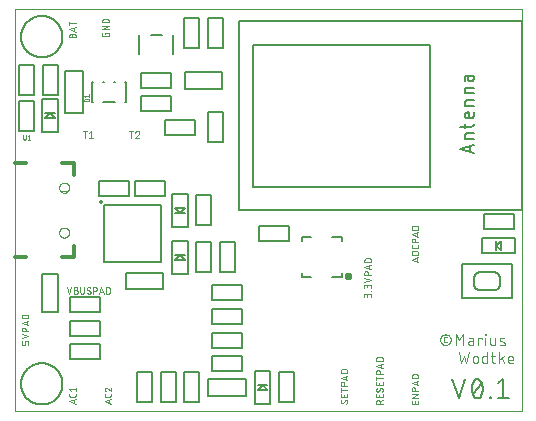
<source format=gto>
G75*
%MOIN*%
%OFA0B0*%
%FSLAX25Y25*%
%IPPOS*%
%LPD*%
%AMOC8*
5,1,8,0,0,1.08239X$1,22.5*
%
%ADD10C,0.00000*%
%ADD11C,0.00600*%
%ADD12C,0.00300*%
%ADD13C,0.00800*%
%ADD14C,0.00200*%
%ADD15C,0.01200*%
%ADD16C,0.00100*%
%ADD17C,0.00750*%
%ADD18C,0.00984*%
%ADD19C,0.00500*%
%ADD20C,0.01600*%
D10*
X0001841Y0001300D02*
X0001841Y0135158D01*
X0171132Y0135158D01*
X0171132Y0001300D01*
X0001841Y0001300D01*
X0016703Y0060749D02*
X0016705Y0060830D01*
X0016711Y0060912D01*
X0016721Y0060993D01*
X0016735Y0061073D01*
X0016752Y0061152D01*
X0016774Y0061231D01*
X0016799Y0061308D01*
X0016828Y0061385D01*
X0016861Y0061459D01*
X0016898Y0061532D01*
X0016937Y0061603D01*
X0016981Y0061672D01*
X0017027Y0061739D01*
X0017077Y0061803D01*
X0017130Y0061865D01*
X0017186Y0061925D01*
X0017244Y0061981D01*
X0017306Y0062035D01*
X0017370Y0062086D01*
X0017436Y0062133D01*
X0017504Y0062177D01*
X0017575Y0062218D01*
X0017647Y0062255D01*
X0017722Y0062289D01*
X0017797Y0062319D01*
X0017875Y0062345D01*
X0017953Y0062368D01*
X0018032Y0062386D01*
X0018112Y0062401D01*
X0018193Y0062412D01*
X0018274Y0062419D01*
X0018356Y0062422D01*
X0018437Y0062421D01*
X0018518Y0062416D01*
X0018599Y0062407D01*
X0018680Y0062394D01*
X0018760Y0062377D01*
X0018838Y0062357D01*
X0018916Y0062332D01*
X0018993Y0062304D01*
X0019068Y0062272D01*
X0019141Y0062237D01*
X0019212Y0062198D01*
X0019282Y0062155D01*
X0019349Y0062110D01*
X0019415Y0062061D01*
X0019477Y0062009D01*
X0019537Y0061953D01*
X0019594Y0061895D01*
X0019649Y0061835D01*
X0019700Y0061771D01*
X0019748Y0061706D01*
X0019793Y0061638D01*
X0019835Y0061568D01*
X0019873Y0061496D01*
X0019908Y0061422D01*
X0019939Y0061347D01*
X0019966Y0061270D01*
X0019989Y0061192D01*
X0020009Y0061113D01*
X0020025Y0061033D01*
X0020037Y0060952D01*
X0020045Y0060871D01*
X0020049Y0060790D01*
X0020049Y0060708D01*
X0020045Y0060627D01*
X0020037Y0060546D01*
X0020025Y0060465D01*
X0020009Y0060385D01*
X0019989Y0060306D01*
X0019966Y0060228D01*
X0019939Y0060151D01*
X0019908Y0060076D01*
X0019873Y0060002D01*
X0019835Y0059930D01*
X0019793Y0059860D01*
X0019748Y0059792D01*
X0019700Y0059727D01*
X0019649Y0059663D01*
X0019594Y0059603D01*
X0019537Y0059545D01*
X0019477Y0059489D01*
X0019415Y0059437D01*
X0019349Y0059388D01*
X0019282Y0059343D01*
X0019213Y0059300D01*
X0019141Y0059261D01*
X0019068Y0059226D01*
X0018993Y0059194D01*
X0018916Y0059166D01*
X0018838Y0059141D01*
X0018760Y0059121D01*
X0018680Y0059104D01*
X0018599Y0059091D01*
X0018518Y0059082D01*
X0018437Y0059077D01*
X0018356Y0059076D01*
X0018274Y0059079D01*
X0018193Y0059086D01*
X0018112Y0059097D01*
X0018032Y0059112D01*
X0017953Y0059130D01*
X0017875Y0059153D01*
X0017797Y0059179D01*
X0017722Y0059209D01*
X0017647Y0059243D01*
X0017575Y0059280D01*
X0017504Y0059321D01*
X0017436Y0059365D01*
X0017370Y0059412D01*
X0017306Y0059463D01*
X0017244Y0059517D01*
X0017186Y0059573D01*
X0017130Y0059633D01*
X0017077Y0059695D01*
X0017027Y0059759D01*
X0016981Y0059826D01*
X0016937Y0059895D01*
X0016898Y0059966D01*
X0016861Y0060039D01*
X0016828Y0060113D01*
X0016799Y0060190D01*
X0016774Y0060267D01*
X0016752Y0060346D01*
X0016735Y0060425D01*
X0016721Y0060505D01*
X0016711Y0060586D01*
X0016705Y0060668D01*
X0016703Y0060749D01*
X0017195Y0074529D02*
X0019555Y0074529D01*
X0016703Y0075709D02*
X0016705Y0075790D01*
X0016711Y0075872D01*
X0016721Y0075953D01*
X0016735Y0076033D01*
X0016752Y0076112D01*
X0016774Y0076191D01*
X0016799Y0076268D01*
X0016828Y0076345D01*
X0016861Y0076419D01*
X0016898Y0076492D01*
X0016937Y0076563D01*
X0016981Y0076632D01*
X0017027Y0076699D01*
X0017077Y0076763D01*
X0017130Y0076825D01*
X0017186Y0076885D01*
X0017244Y0076941D01*
X0017306Y0076995D01*
X0017370Y0077046D01*
X0017436Y0077093D01*
X0017504Y0077137D01*
X0017575Y0077178D01*
X0017647Y0077215D01*
X0017722Y0077249D01*
X0017797Y0077279D01*
X0017875Y0077305D01*
X0017953Y0077328D01*
X0018032Y0077346D01*
X0018112Y0077361D01*
X0018193Y0077372D01*
X0018274Y0077379D01*
X0018356Y0077382D01*
X0018437Y0077381D01*
X0018518Y0077376D01*
X0018599Y0077367D01*
X0018680Y0077354D01*
X0018760Y0077337D01*
X0018838Y0077317D01*
X0018916Y0077292D01*
X0018993Y0077264D01*
X0019068Y0077232D01*
X0019141Y0077197D01*
X0019212Y0077158D01*
X0019282Y0077115D01*
X0019349Y0077070D01*
X0019415Y0077021D01*
X0019477Y0076969D01*
X0019537Y0076913D01*
X0019594Y0076855D01*
X0019649Y0076795D01*
X0019700Y0076731D01*
X0019748Y0076666D01*
X0019793Y0076598D01*
X0019835Y0076528D01*
X0019873Y0076456D01*
X0019908Y0076382D01*
X0019939Y0076307D01*
X0019966Y0076230D01*
X0019989Y0076152D01*
X0020009Y0076073D01*
X0020025Y0075993D01*
X0020037Y0075912D01*
X0020045Y0075831D01*
X0020049Y0075750D01*
X0020049Y0075668D01*
X0020045Y0075587D01*
X0020037Y0075506D01*
X0020025Y0075425D01*
X0020009Y0075345D01*
X0019989Y0075266D01*
X0019966Y0075188D01*
X0019939Y0075111D01*
X0019908Y0075036D01*
X0019873Y0074962D01*
X0019835Y0074890D01*
X0019793Y0074820D01*
X0019748Y0074752D01*
X0019700Y0074687D01*
X0019649Y0074623D01*
X0019594Y0074563D01*
X0019537Y0074505D01*
X0019477Y0074449D01*
X0019415Y0074397D01*
X0019349Y0074348D01*
X0019282Y0074303D01*
X0019213Y0074260D01*
X0019141Y0074221D01*
X0019068Y0074186D01*
X0018993Y0074154D01*
X0018916Y0074126D01*
X0018838Y0074101D01*
X0018760Y0074081D01*
X0018680Y0074064D01*
X0018599Y0074051D01*
X0018518Y0074042D01*
X0018437Y0074037D01*
X0018356Y0074036D01*
X0018274Y0074039D01*
X0018193Y0074046D01*
X0018112Y0074057D01*
X0018032Y0074072D01*
X0017953Y0074090D01*
X0017875Y0074113D01*
X0017797Y0074139D01*
X0017722Y0074169D01*
X0017647Y0074203D01*
X0017575Y0074240D01*
X0017504Y0074281D01*
X0017436Y0074325D01*
X0017370Y0074372D01*
X0017306Y0074423D01*
X0017244Y0074477D01*
X0017186Y0074533D01*
X0017130Y0074593D01*
X0017077Y0074655D01*
X0017027Y0074719D01*
X0016981Y0074786D01*
X0016937Y0074855D01*
X0016898Y0074926D01*
X0016861Y0074999D01*
X0016828Y0075073D01*
X0016799Y0075150D01*
X0016774Y0075227D01*
X0016752Y0075306D01*
X0016735Y0075385D01*
X0016721Y0075465D01*
X0016711Y0075546D01*
X0016705Y0075628D01*
X0016703Y0075709D01*
D11*
X0027738Y0104410D02*
X0028108Y0104410D01*
X0027738Y0104410D02*
X0027738Y0110788D01*
X0028108Y0110788D01*
X0031281Y0110788D02*
X0031652Y0110788D01*
X0035022Y0110788D02*
X0035392Y0110788D01*
X0038565Y0110788D02*
X0038935Y0110788D01*
X0038935Y0104410D01*
X0038565Y0104410D01*
X0035392Y0104410D02*
X0031281Y0104410D01*
X0058754Y0108729D02*
X0058754Y0114339D01*
X0070911Y0114339D01*
X0070911Y0108729D01*
X0058754Y0108729D01*
X0150428Y0096113D02*
X0154095Y0096113D01*
X0154147Y0096115D01*
X0154199Y0096120D01*
X0154251Y0096130D01*
X0154302Y0096143D01*
X0154351Y0096159D01*
X0154400Y0096179D01*
X0154446Y0096203D01*
X0154491Y0096229D01*
X0154534Y0096259D01*
X0154575Y0096292D01*
X0154613Y0096328D01*
X0154649Y0096366D01*
X0154682Y0096407D01*
X0154712Y0096450D01*
X0154738Y0096495D01*
X0154762Y0096542D01*
X0154782Y0096590D01*
X0154798Y0096639D01*
X0154811Y0096690D01*
X0154821Y0096742D01*
X0154826Y0096794D01*
X0154828Y0096846D01*
X0154828Y0097091D01*
X0154095Y0098875D02*
X0152872Y0098875D01*
X0153361Y0098875D02*
X0153361Y0100831D01*
X0152872Y0100831D01*
X0152811Y0100829D01*
X0152749Y0100823D01*
X0152689Y0100814D01*
X0152629Y0100800D01*
X0152570Y0100783D01*
X0152512Y0100762D01*
X0152456Y0100738D01*
X0152401Y0100710D01*
X0152348Y0100679D01*
X0152297Y0100644D01*
X0152249Y0100607D01*
X0152203Y0100566D01*
X0152159Y0100522D01*
X0152118Y0100476D01*
X0152081Y0100428D01*
X0152046Y0100377D01*
X0152015Y0100324D01*
X0151987Y0100269D01*
X0151963Y0100213D01*
X0151942Y0100155D01*
X0151925Y0100096D01*
X0151911Y0100036D01*
X0151902Y0099976D01*
X0151896Y0099914D01*
X0151894Y0099853D01*
X0151896Y0099792D01*
X0151902Y0099730D01*
X0151911Y0099670D01*
X0151925Y0099610D01*
X0151942Y0099551D01*
X0151963Y0099493D01*
X0151987Y0099437D01*
X0152015Y0099382D01*
X0152046Y0099329D01*
X0152081Y0099278D01*
X0152118Y0099230D01*
X0152159Y0099184D01*
X0152203Y0099140D01*
X0152249Y0099099D01*
X0152297Y0099062D01*
X0152348Y0099027D01*
X0152401Y0098996D01*
X0152456Y0098968D01*
X0152512Y0098944D01*
X0152570Y0098923D01*
X0152629Y0098906D01*
X0152689Y0098892D01*
X0152749Y0098883D01*
X0152811Y0098877D01*
X0152872Y0098875D01*
X0154095Y0098875D02*
X0154147Y0098877D01*
X0154199Y0098882D01*
X0154251Y0098892D01*
X0154302Y0098905D01*
X0154351Y0098921D01*
X0154400Y0098941D01*
X0154446Y0098965D01*
X0154491Y0098991D01*
X0154534Y0099021D01*
X0154575Y0099054D01*
X0154613Y0099090D01*
X0154649Y0099128D01*
X0154682Y0099169D01*
X0154712Y0099212D01*
X0154738Y0099257D01*
X0154762Y0099304D01*
X0154782Y0099352D01*
X0154798Y0099401D01*
X0154811Y0099452D01*
X0154821Y0099504D01*
X0154826Y0099556D01*
X0154828Y0099608D01*
X0154828Y0100831D01*
X0154828Y0102925D02*
X0151895Y0102925D01*
X0151895Y0104147D01*
X0151897Y0104199D01*
X0151902Y0104251D01*
X0151912Y0104303D01*
X0151925Y0104354D01*
X0151941Y0104403D01*
X0151961Y0104452D01*
X0151985Y0104498D01*
X0152011Y0104543D01*
X0152041Y0104586D01*
X0152074Y0104627D01*
X0152110Y0104665D01*
X0152148Y0104701D01*
X0152189Y0104734D01*
X0152232Y0104764D01*
X0152277Y0104790D01*
X0152324Y0104814D01*
X0152372Y0104834D01*
X0152421Y0104850D01*
X0152472Y0104863D01*
X0152524Y0104873D01*
X0152576Y0104878D01*
X0152628Y0104880D01*
X0152628Y0104881D02*
X0154828Y0104881D01*
X0154828Y0107125D02*
X0151895Y0107125D01*
X0151895Y0108347D01*
X0151897Y0108399D01*
X0151902Y0108451D01*
X0151912Y0108503D01*
X0151925Y0108554D01*
X0151941Y0108603D01*
X0151961Y0108652D01*
X0151985Y0108698D01*
X0152011Y0108743D01*
X0152041Y0108786D01*
X0152074Y0108827D01*
X0152110Y0108865D01*
X0152148Y0108901D01*
X0152189Y0108934D01*
X0152232Y0108964D01*
X0152277Y0108990D01*
X0152324Y0109014D01*
X0152372Y0109034D01*
X0152421Y0109050D01*
X0152472Y0109063D01*
X0152524Y0109073D01*
X0152576Y0109078D01*
X0152628Y0109080D01*
X0152628Y0109081D02*
X0154828Y0109081D01*
X0151895Y0111390D02*
X0151895Y0112368D01*
X0151897Y0112420D01*
X0151902Y0112472D01*
X0151912Y0112524D01*
X0151925Y0112575D01*
X0151941Y0112624D01*
X0151961Y0112673D01*
X0151985Y0112719D01*
X0152011Y0112764D01*
X0152041Y0112807D01*
X0152074Y0112848D01*
X0152110Y0112886D01*
X0152148Y0112922D01*
X0152189Y0112955D01*
X0152232Y0112985D01*
X0152277Y0113011D01*
X0152324Y0113035D01*
X0152372Y0113055D01*
X0152421Y0113071D01*
X0152472Y0113084D01*
X0152524Y0113094D01*
X0152576Y0113099D01*
X0152628Y0113101D01*
X0152628Y0113102D02*
X0154828Y0113102D01*
X0154828Y0112002D01*
X0154826Y0111945D01*
X0154820Y0111888D01*
X0154811Y0111831D01*
X0154798Y0111776D01*
X0154781Y0111721D01*
X0154760Y0111668D01*
X0154736Y0111616D01*
X0154709Y0111566D01*
X0154678Y0111518D01*
X0154644Y0111471D01*
X0154607Y0111428D01*
X0154567Y0111387D01*
X0154525Y0111348D01*
X0154480Y0111313D01*
X0154433Y0111280D01*
X0154383Y0111251D01*
X0154332Y0111226D01*
X0154280Y0111203D01*
X0154226Y0111184D01*
X0154170Y0111169D01*
X0154114Y0111158D01*
X0154058Y0111150D01*
X0154001Y0111146D01*
X0153943Y0111146D01*
X0153886Y0111150D01*
X0153830Y0111158D01*
X0153774Y0111169D01*
X0153718Y0111184D01*
X0153664Y0111203D01*
X0153612Y0111226D01*
X0153561Y0111251D01*
X0153511Y0111280D01*
X0153464Y0111313D01*
X0153419Y0111348D01*
X0153377Y0111387D01*
X0153337Y0111428D01*
X0153300Y0111471D01*
X0153266Y0111518D01*
X0153235Y0111566D01*
X0153208Y0111616D01*
X0153184Y0111668D01*
X0153163Y0111721D01*
X0153146Y0111776D01*
X0153133Y0111831D01*
X0153124Y0111888D01*
X0153118Y0111945D01*
X0153116Y0112002D01*
X0153117Y0112002D02*
X0153117Y0113102D01*
X0151895Y0097091D02*
X0151895Y0095624D01*
X0152628Y0093931D02*
X0154828Y0093931D01*
X0154828Y0091975D02*
X0151895Y0091975D01*
X0151895Y0093197D01*
X0151897Y0093249D01*
X0151902Y0093301D01*
X0151912Y0093353D01*
X0151925Y0093404D01*
X0151941Y0093453D01*
X0151961Y0093502D01*
X0151985Y0093548D01*
X0152011Y0093593D01*
X0152041Y0093636D01*
X0152074Y0093677D01*
X0152110Y0093715D01*
X0152148Y0093751D01*
X0152189Y0093784D01*
X0152232Y0093814D01*
X0152277Y0093840D01*
X0152324Y0093864D01*
X0152372Y0093884D01*
X0152421Y0093900D01*
X0152472Y0093913D01*
X0152524Y0093923D01*
X0152576Y0093928D01*
X0152628Y0093930D01*
X0154828Y0090070D02*
X0150428Y0088603D01*
X0154828Y0087136D01*
X0153728Y0087503D02*
X0153728Y0089703D01*
X0152077Y0011937D02*
X0149943Y0005537D01*
X0147810Y0011937D01*
X0149943Y0005537D01*
X0152077Y0011937D01*
X0157875Y0008737D02*
X0157873Y0008596D01*
X0157867Y0008456D01*
X0157858Y0008315D01*
X0157845Y0008175D01*
X0157828Y0008035D01*
X0157808Y0007896D01*
X0157783Y0007758D01*
X0157755Y0007620D01*
X0157724Y0007483D01*
X0157688Y0007346D01*
X0157649Y0007211D01*
X0157607Y0007077D01*
X0157561Y0006944D01*
X0157511Y0006812D01*
X0157458Y0006682D01*
X0157402Y0006553D01*
X0157342Y0006426D01*
X0157317Y0006360D01*
X0157289Y0006295D01*
X0157257Y0006231D01*
X0157222Y0006170D01*
X0157183Y0006110D01*
X0157142Y0006052D01*
X0157097Y0005997D01*
X0157049Y0005945D01*
X0156999Y0005895D01*
X0156946Y0005847D01*
X0156890Y0005803D01*
X0156833Y0005762D01*
X0156773Y0005724D01*
X0156711Y0005689D01*
X0156647Y0005658D01*
X0156582Y0005630D01*
X0156515Y0005605D01*
X0156448Y0005585D01*
X0156379Y0005568D01*
X0156309Y0005554D01*
X0156239Y0005545D01*
X0156168Y0005539D01*
X0156097Y0005537D01*
X0156026Y0005539D01*
X0155955Y0005545D01*
X0155885Y0005554D01*
X0155815Y0005568D01*
X0155746Y0005585D01*
X0155679Y0005605D01*
X0155612Y0005630D01*
X0155547Y0005658D01*
X0155483Y0005689D01*
X0155421Y0005724D01*
X0155361Y0005762D01*
X0155303Y0005803D01*
X0155248Y0005847D01*
X0155195Y0005895D01*
X0155145Y0005945D01*
X0155097Y0005997D01*
X0155052Y0006052D01*
X0155011Y0006110D01*
X0154972Y0006170D01*
X0154937Y0006231D01*
X0154905Y0006295D01*
X0154877Y0006360D01*
X0154852Y0006426D01*
X0154675Y0006959D02*
X0157519Y0010515D01*
X0154675Y0006959D01*
X0156097Y0005537D02*
X0156168Y0005539D01*
X0156239Y0005545D01*
X0156309Y0005554D01*
X0156379Y0005568D01*
X0156448Y0005585D01*
X0156515Y0005605D01*
X0156582Y0005630D01*
X0156647Y0005658D01*
X0156711Y0005689D01*
X0156773Y0005724D01*
X0156833Y0005762D01*
X0156890Y0005803D01*
X0156946Y0005847D01*
X0156999Y0005895D01*
X0157049Y0005945D01*
X0157097Y0005997D01*
X0157142Y0006052D01*
X0157183Y0006110D01*
X0157222Y0006170D01*
X0157257Y0006231D01*
X0157289Y0006295D01*
X0157317Y0006360D01*
X0157342Y0006426D01*
X0156097Y0005537D02*
X0156026Y0005539D01*
X0155955Y0005545D01*
X0155885Y0005554D01*
X0155815Y0005568D01*
X0155746Y0005585D01*
X0155679Y0005605D01*
X0155612Y0005630D01*
X0155547Y0005658D01*
X0155483Y0005689D01*
X0155421Y0005724D01*
X0155361Y0005762D01*
X0155303Y0005803D01*
X0155248Y0005847D01*
X0155195Y0005895D01*
X0155145Y0005945D01*
X0155097Y0005997D01*
X0155052Y0006052D01*
X0155011Y0006110D01*
X0154972Y0006170D01*
X0154937Y0006231D01*
X0154905Y0006295D01*
X0154877Y0006360D01*
X0154852Y0006426D01*
X0157875Y0008737D02*
X0157873Y0008878D01*
X0157867Y0009018D01*
X0157858Y0009159D01*
X0157845Y0009299D01*
X0157828Y0009439D01*
X0157808Y0009578D01*
X0157783Y0009716D01*
X0157755Y0009854D01*
X0157724Y0009991D01*
X0157688Y0010128D01*
X0157649Y0010263D01*
X0157607Y0010397D01*
X0157561Y0010530D01*
X0157511Y0010662D01*
X0157458Y0010792D01*
X0157402Y0010921D01*
X0157342Y0011048D01*
X0156097Y0011937D02*
X0156026Y0011935D01*
X0155955Y0011929D01*
X0155885Y0011920D01*
X0155815Y0011906D01*
X0155746Y0011889D01*
X0155679Y0011869D01*
X0155612Y0011844D01*
X0155547Y0011816D01*
X0155483Y0011785D01*
X0155421Y0011750D01*
X0155361Y0011712D01*
X0155303Y0011671D01*
X0155248Y0011627D01*
X0155195Y0011579D01*
X0155145Y0011529D01*
X0155097Y0011477D01*
X0155052Y0011422D01*
X0155011Y0011364D01*
X0154972Y0011304D01*
X0154937Y0011243D01*
X0154905Y0011179D01*
X0154877Y0011114D01*
X0154852Y0011048D01*
X0156097Y0011937D02*
X0156168Y0011935D01*
X0156239Y0011929D01*
X0156309Y0011920D01*
X0156379Y0011906D01*
X0156448Y0011889D01*
X0156515Y0011869D01*
X0156582Y0011844D01*
X0156647Y0011816D01*
X0156711Y0011785D01*
X0156773Y0011750D01*
X0156833Y0011712D01*
X0156891Y0011671D01*
X0156946Y0011627D01*
X0156999Y0011579D01*
X0157049Y0011529D01*
X0157097Y0011477D01*
X0157142Y0011422D01*
X0157183Y0011364D01*
X0157222Y0011304D01*
X0157257Y0011243D01*
X0157289Y0011179D01*
X0157317Y0011114D01*
X0157342Y0011048D01*
X0156097Y0011937D02*
X0156026Y0011935D01*
X0155955Y0011929D01*
X0155885Y0011920D01*
X0155815Y0011906D01*
X0155746Y0011889D01*
X0155679Y0011869D01*
X0155612Y0011844D01*
X0155547Y0011816D01*
X0155483Y0011785D01*
X0155421Y0011750D01*
X0155361Y0011712D01*
X0155303Y0011671D01*
X0155248Y0011627D01*
X0155195Y0011579D01*
X0155145Y0011529D01*
X0155097Y0011477D01*
X0155052Y0011422D01*
X0155011Y0011364D01*
X0154972Y0011304D01*
X0154937Y0011243D01*
X0154905Y0011179D01*
X0154877Y0011114D01*
X0154852Y0011048D01*
X0156097Y0011937D02*
X0156168Y0011935D01*
X0156239Y0011929D01*
X0156309Y0011920D01*
X0156379Y0011906D01*
X0156448Y0011889D01*
X0156515Y0011869D01*
X0156582Y0011844D01*
X0156647Y0011816D01*
X0156711Y0011785D01*
X0156773Y0011750D01*
X0156833Y0011712D01*
X0156891Y0011671D01*
X0156946Y0011627D01*
X0156999Y0011579D01*
X0157049Y0011529D01*
X0157097Y0011477D01*
X0157142Y0011422D01*
X0157183Y0011364D01*
X0157222Y0011304D01*
X0157257Y0011243D01*
X0157289Y0011179D01*
X0157317Y0011114D01*
X0157342Y0011048D01*
X0154853Y0011048D02*
X0154793Y0010921D01*
X0154737Y0010792D01*
X0154684Y0010662D01*
X0154634Y0010530D01*
X0154588Y0010397D01*
X0154546Y0010263D01*
X0154507Y0010128D01*
X0154471Y0009991D01*
X0154440Y0009854D01*
X0154412Y0009716D01*
X0154387Y0009578D01*
X0154367Y0009439D01*
X0154350Y0009299D01*
X0154337Y0009159D01*
X0154328Y0009018D01*
X0154322Y0008878D01*
X0154320Y0008737D01*
X0157875Y0008737D02*
X0157873Y0008878D01*
X0157867Y0009018D01*
X0157858Y0009159D01*
X0157845Y0009299D01*
X0157828Y0009439D01*
X0157808Y0009578D01*
X0157783Y0009716D01*
X0157755Y0009854D01*
X0157724Y0009991D01*
X0157688Y0010128D01*
X0157649Y0010263D01*
X0157607Y0010397D01*
X0157561Y0010530D01*
X0157511Y0010662D01*
X0157458Y0010792D01*
X0157402Y0010921D01*
X0157342Y0011048D01*
X0154853Y0011048D02*
X0154793Y0010921D01*
X0154737Y0010792D01*
X0154684Y0010662D01*
X0154634Y0010530D01*
X0154588Y0010397D01*
X0154546Y0010263D01*
X0154507Y0010128D01*
X0154471Y0009991D01*
X0154440Y0009854D01*
X0154412Y0009716D01*
X0154387Y0009578D01*
X0154367Y0009439D01*
X0154350Y0009299D01*
X0154337Y0009159D01*
X0154328Y0009018D01*
X0154322Y0008878D01*
X0154320Y0008737D01*
X0157875Y0008737D02*
X0157873Y0008596D01*
X0157867Y0008456D01*
X0157858Y0008315D01*
X0157845Y0008175D01*
X0157828Y0008035D01*
X0157808Y0007896D01*
X0157783Y0007758D01*
X0157755Y0007620D01*
X0157724Y0007483D01*
X0157688Y0007346D01*
X0157649Y0007211D01*
X0157607Y0007077D01*
X0157561Y0006944D01*
X0157511Y0006812D01*
X0157458Y0006682D01*
X0157402Y0006553D01*
X0157342Y0006426D01*
X0160227Y0005893D02*
X0160583Y0005893D01*
X0160583Y0005537D01*
X0160227Y0005537D01*
X0160227Y0005893D01*
X0160583Y0005893D01*
X0160583Y0005537D01*
X0160227Y0005537D01*
X0160227Y0005893D01*
X0162935Y0005537D02*
X0166491Y0005537D01*
X0162935Y0005537D01*
X0164713Y0005537D02*
X0164713Y0011937D01*
X0162935Y0010515D01*
X0164713Y0011937D01*
X0164713Y0005537D01*
X0154853Y0006426D02*
X0154793Y0006553D01*
X0154737Y0006682D01*
X0154684Y0006812D01*
X0154634Y0006944D01*
X0154588Y0007077D01*
X0154546Y0007211D01*
X0154507Y0007346D01*
X0154471Y0007483D01*
X0154440Y0007620D01*
X0154412Y0007758D01*
X0154387Y0007896D01*
X0154367Y0008035D01*
X0154350Y0008175D01*
X0154337Y0008315D01*
X0154328Y0008456D01*
X0154322Y0008596D01*
X0154320Y0008737D01*
X0154322Y0008596D01*
X0154328Y0008456D01*
X0154337Y0008315D01*
X0154350Y0008175D01*
X0154367Y0008035D01*
X0154387Y0007896D01*
X0154412Y0007758D01*
X0154440Y0007620D01*
X0154471Y0007483D01*
X0154507Y0007346D01*
X0154546Y0007211D01*
X0154588Y0007077D01*
X0154634Y0006944D01*
X0154684Y0006812D01*
X0154737Y0006682D01*
X0154793Y0006553D01*
X0154853Y0006426D01*
D12*
X0152447Y0017198D02*
X0153269Y0020898D01*
X0151625Y0019665D02*
X0152447Y0017198D01*
X0150803Y0017198D02*
X0151625Y0019665D01*
X0149981Y0020898D02*
X0150803Y0017198D01*
X0154643Y0018020D02*
X0154643Y0018842D01*
X0154645Y0018898D01*
X0154651Y0018954D01*
X0154660Y0019009D01*
X0154673Y0019064D01*
X0154690Y0019117D01*
X0154711Y0019169D01*
X0154735Y0019220D01*
X0154763Y0019269D01*
X0154793Y0019316D01*
X0154827Y0019361D01*
X0154864Y0019403D01*
X0154904Y0019443D01*
X0154946Y0019480D01*
X0154991Y0019514D01*
X0155038Y0019544D01*
X0155087Y0019572D01*
X0155138Y0019596D01*
X0155190Y0019617D01*
X0155243Y0019634D01*
X0155298Y0019647D01*
X0155353Y0019656D01*
X0155409Y0019662D01*
X0155465Y0019664D01*
X0155521Y0019662D01*
X0155577Y0019656D01*
X0155632Y0019647D01*
X0155687Y0019634D01*
X0155740Y0019617D01*
X0155792Y0019596D01*
X0155843Y0019572D01*
X0155892Y0019544D01*
X0155939Y0019514D01*
X0155984Y0019480D01*
X0156026Y0019443D01*
X0156066Y0019403D01*
X0156103Y0019361D01*
X0156137Y0019316D01*
X0156167Y0019269D01*
X0156195Y0019220D01*
X0156219Y0019169D01*
X0156240Y0019117D01*
X0156257Y0019064D01*
X0156270Y0019009D01*
X0156279Y0018954D01*
X0156285Y0018898D01*
X0156287Y0018842D01*
X0156287Y0018020D01*
X0156285Y0017964D01*
X0156279Y0017908D01*
X0156270Y0017853D01*
X0156257Y0017798D01*
X0156240Y0017745D01*
X0156219Y0017693D01*
X0156195Y0017642D01*
X0156167Y0017593D01*
X0156137Y0017546D01*
X0156103Y0017501D01*
X0156066Y0017459D01*
X0156026Y0017419D01*
X0155984Y0017382D01*
X0155939Y0017348D01*
X0155892Y0017318D01*
X0155843Y0017290D01*
X0155792Y0017266D01*
X0155740Y0017245D01*
X0155687Y0017228D01*
X0155632Y0017215D01*
X0155577Y0017206D01*
X0155521Y0017200D01*
X0155465Y0017198D01*
X0155409Y0017200D01*
X0155353Y0017206D01*
X0155298Y0017215D01*
X0155243Y0017228D01*
X0155190Y0017245D01*
X0155138Y0017266D01*
X0155087Y0017290D01*
X0155038Y0017318D01*
X0154991Y0017348D01*
X0154946Y0017382D01*
X0154904Y0017419D01*
X0154864Y0017459D01*
X0154827Y0017501D01*
X0154793Y0017546D01*
X0154763Y0017593D01*
X0154735Y0017642D01*
X0154711Y0017693D01*
X0154690Y0017745D01*
X0154673Y0017798D01*
X0154660Y0017853D01*
X0154651Y0017908D01*
X0154645Y0017964D01*
X0154643Y0018020D01*
X0157745Y0017815D02*
X0157745Y0019048D01*
X0157744Y0019048D02*
X0157746Y0019096D01*
X0157752Y0019145D01*
X0157761Y0019192D01*
X0157774Y0019239D01*
X0157791Y0019284D01*
X0157811Y0019328D01*
X0157835Y0019370D01*
X0157862Y0019411D01*
X0157892Y0019449D01*
X0157925Y0019484D01*
X0157960Y0019517D01*
X0157998Y0019547D01*
X0158039Y0019574D01*
X0158081Y0019598D01*
X0158125Y0019618D01*
X0158170Y0019635D01*
X0158217Y0019648D01*
X0158264Y0019657D01*
X0158313Y0019663D01*
X0158361Y0019665D01*
X0159389Y0019665D01*
X0159389Y0020898D02*
X0159389Y0017198D01*
X0158361Y0017198D01*
X0158313Y0017200D01*
X0158264Y0017206D01*
X0158217Y0017215D01*
X0158170Y0017228D01*
X0158125Y0017245D01*
X0158081Y0017265D01*
X0158039Y0017289D01*
X0157998Y0017316D01*
X0157960Y0017346D01*
X0157925Y0017379D01*
X0157892Y0017414D01*
X0157862Y0017452D01*
X0157835Y0017493D01*
X0157811Y0017535D01*
X0157791Y0017579D01*
X0157774Y0017624D01*
X0157761Y0017671D01*
X0157752Y0017718D01*
X0157746Y0017767D01*
X0157744Y0017815D01*
X0161111Y0017815D02*
X0161111Y0020898D01*
X0160700Y0019665D02*
X0161933Y0019665D01*
X0161111Y0017815D02*
X0161113Y0017767D01*
X0161119Y0017718D01*
X0161128Y0017671D01*
X0161141Y0017624D01*
X0161158Y0017579D01*
X0161178Y0017535D01*
X0161202Y0017493D01*
X0161229Y0017452D01*
X0161259Y0017414D01*
X0161292Y0017379D01*
X0161327Y0017346D01*
X0161365Y0017316D01*
X0161406Y0017289D01*
X0161448Y0017265D01*
X0161492Y0017245D01*
X0161537Y0017228D01*
X0161584Y0017215D01*
X0161631Y0017206D01*
X0161680Y0017200D01*
X0161728Y0017198D01*
X0161933Y0017198D01*
X0163444Y0017198D02*
X0163444Y0020898D01*
X0165088Y0019665D02*
X0163444Y0018431D01*
X0164163Y0018945D02*
X0165088Y0017198D01*
X0166403Y0017815D02*
X0166403Y0018842D01*
X0166403Y0018431D02*
X0168047Y0018431D01*
X0168047Y0018842D01*
X0168045Y0018898D01*
X0168039Y0018954D01*
X0168030Y0019009D01*
X0168017Y0019064D01*
X0168000Y0019117D01*
X0167979Y0019169D01*
X0167955Y0019220D01*
X0167927Y0019269D01*
X0167897Y0019316D01*
X0167863Y0019361D01*
X0167826Y0019403D01*
X0167786Y0019443D01*
X0167744Y0019480D01*
X0167699Y0019514D01*
X0167652Y0019544D01*
X0167603Y0019572D01*
X0167552Y0019596D01*
X0167500Y0019617D01*
X0167447Y0019634D01*
X0167392Y0019647D01*
X0167337Y0019656D01*
X0167281Y0019662D01*
X0167225Y0019664D01*
X0167169Y0019662D01*
X0167113Y0019656D01*
X0167058Y0019647D01*
X0167003Y0019634D01*
X0166950Y0019617D01*
X0166898Y0019596D01*
X0166847Y0019572D01*
X0166798Y0019544D01*
X0166751Y0019514D01*
X0166706Y0019480D01*
X0166664Y0019443D01*
X0166624Y0019403D01*
X0166587Y0019361D01*
X0166553Y0019316D01*
X0166523Y0019269D01*
X0166495Y0019220D01*
X0166471Y0019169D01*
X0166450Y0019117D01*
X0166433Y0019064D01*
X0166420Y0019009D01*
X0166411Y0018954D01*
X0166405Y0018898D01*
X0166403Y0018842D01*
X0166402Y0017815D02*
X0166404Y0017767D01*
X0166410Y0017718D01*
X0166419Y0017671D01*
X0166432Y0017624D01*
X0166449Y0017579D01*
X0166469Y0017535D01*
X0166493Y0017493D01*
X0166520Y0017452D01*
X0166550Y0017414D01*
X0166583Y0017379D01*
X0166618Y0017346D01*
X0166656Y0017316D01*
X0166697Y0017289D01*
X0166739Y0017265D01*
X0166783Y0017245D01*
X0166828Y0017228D01*
X0166875Y0017215D01*
X0166922Y0017206D01*
X0166971Y0017200D01*
X0167019Y0017198D01*
X0168047Y0017198D01*
X0165046Y0025459D02*
X0164958Y0025497D01*
X0164869Y0025530D01*
X0164779Y0025560D01*
X0164687Y0025587D01*
X0164594Y0025609D01*
X0164501Y0025628D01*
X0164407Y0025643D01*
X0164312Y0025654D01*
X0164217Y0025661D01*
X0164121Y0025665D01*
X0164122Y0025665D02*
X0164077Y0025664D01*
X0164032Y0025659D01*
X0163988Y0025650D01*
X0163945Y0025638D01*
X0163903Y0025622D01*
X0163863Y0025602D01*
X0163824Y0025579D01*
X0163788Y0025554D01*
X0163754Y0025525D01*
X0163722Y0025493D01*
X0163693Y0025459D01*
X0163667Y0025422D01*
X0163644Y0025384D01*
X0163625Y0025343D01*
X0163609Y0025301D01*
X0163596Y0025258D01*
X0163587Y0025214D01*
X0163582Y0025170D01*
X0163581Y0025125D01*
X0163584Y0025080D01*
X0163590Y0025036D01*
X0163600Y0024992D01*
X0163613Y0024950D01*
X0163630Y0024908D01*
X0163651Y0024868D01*
X0163675Y0024830D01*
X0163701Y0024795D01*
X0163731Y0024761D01*
X0163764Y0024730D01*
X0163799Y0024702D01*
X0163836Y0024677D01*
X0163875Y0024656D01*
X0163916Y0024637D01*
X0164944Y0024226D01*
X0164985Y0024207D01*
X0165024Y0024186D01*
X0165061Y0024161D01*
X0165096Y0024133D01*
X0165129Y0024102D01*
X0165159Y0024068D01*
X0165185Y0024033D01*
X0165209Y0023995D01*
X0165230Y0023955D01*
X0165247Y0023913D01*
X0165260Y0023871D01*
X0165270Y0023827D01*
X0165276Y0023783D01*
X0165279Y0023738D01*
X0165278Y0023693D01*
X0165273Y0023649D01*
X0165264Y0023605D01*
X0165251Y0023562D01*
X0165235Y0023520D01*
X0165216Y0023479D01*
X0165193Y0023441D01*
X0165167Y0023404D01*
X0165138Y0023370D01*
X0165106Y0023338D01*
X0165072Y0023309D01*
X0165036Y0023284D01*
X0164997Y0023261D01*
X0164957Y0023241D01*
X0164915Y0023225D01*
X0164872Y0023213D01*
X0164828Y0023204D01*
X0164783Y0023199D01*
X0164738Y0023198D01*
X0162012Y0023198D02*
X0162012Y0025665D01*
X0160368Y0025665D02*
X0160368Y0023815D01*
X0160367Y0023815D02*
X0160369Y0023767D01*
X0160375Y0023718D01*
X0160384Y0023671D01*
X0160397Y0023624D01*
X0160414Y0023579D01*
X0160434Y0023535D01*
X0160458Y0023493D01*
X0160485Y0023452D01*
X0160515Y0023414D01*
X0160548Y0023379D01*
X0160583Y0023346D01*
X0160621Y0023316D01*
X0160662Y0023289D01*
X0160704Y0023265D01*
X0160748Y0023245D01*
X0160793Y0023228D01*
X0160840Y0023215D01*
X0160887Y0023206D01*
X0160936Y0023200D01*
X0160984Y0023198D01*
X0162012Y0023198D01*
X0158790Y0023198D02*
X0158790Y0025665D01*
X0158893Y0026692D02*
X0158687Y0026692D01*
X0158687Y0026898D01*
X0158893Y0026898D01*
X0158893Y0026692D01*
X0157661Y0025665D02*
X0157661Y0025254D01*
X0157661Y0025665D02*
X0156428Y0025665D01*
X0156428Y0023198D01*
X0154674Y0023198D02*
X0154674Y0025048D01*
X0154674Y0024637D02*
X0153749Y0024637D01*
X0154675Y0025048D02*
X0154673Y0025096D01*
X0154667Y0025145D01*
X0154658Y0025192D01*
X0154645Y0025239D01*
X0154628Y0025284D01*
X0154608Y0025328D01*
X0154584Y0025370D01*
X0154557Y0025411D01*
X0154527Y0025449D01*
X0154494Y0025484D01*
X0154459Y0025517D01*
X0154421Y0025547D01*
X0154380Y0025574D01*
X0154338Y0025598D01*
X0154294Y0025618D01*
X0154249Y0025635D01*
X0154202Y0025648D01*
X0154155Y0025657D01*
X0154106Y0025663D01*
X0154058Y0025665D01*
X0153235Y0025665D01*
X0153749Y0024636D02*
X0153697Y0024634D01*
X0153644Y0024628D01*
X0153593Y0024619D01*
X0153542Y0024606D01*
X0153492Y0024589D01*
X0153444Y0024568D01*
X0153397Y0024544D01*
X0153352Y0024517D01*
X0153310Y0024486D01*
X0153269Y0024452D01*
X0153231Y0024416D01*
X0153196Y0024377D01*
X0153164Y0024335D01*
X0153135Y0024292D01*
X0153110Y0024246D01*
X0153087Y0024198D01*
X0153069Y0024149D01*
X0153053Y0024099D01*
X0153042Y0024048D01*
X0153034Y0023996D01*
X0153030Y0023943D01*
X0153030Y0023891D01*
X0153034Y0023838D01*
X0153042Y0023786D01*
X0153053Y0023735D01*
X0153069Y0023685D01*
X0153087Y0023636D01*
X0153110Y0023588D01*
X0153135Y0023542D01*
X0153164Y0023499D01*
X0153196Y0023457D01*
X0153231Y0023418D01*
X0153269Y0023382D01*
X0153310Y0023348D01*
X0153352Y0023317D01*
X0153397Y0023290D01*
X0153444Y0023266D01*
X0153492Y0023245D01*
X0153542Y0023228D01*
X0153593Y0023215D01*
X0153644Y0023206D01*
X0153697Y0023200D01*
X0153749Y0023198D01*
X0154674Y0023198D01*
X0151383Y0023198D02*
X0151383Y0026898D01*
X0150150Y0024842D01*
X0148917Y0026898D01*
X0148917Y0023198D01*
X0145881Y0024226D02*
X0145367Y0024226D01*
X0145329Y0024228D01*
X0145291Y0024233D01*
X0145255Y0024242D01*
X0145219Y0024254D01*
X0145184Y0024269D01*
X0145151Y0024288D01*
X0145119Y0024309D01*
X0145090Y0024333D01*
X0145063Y0024360D01*
X0145039Y0024389D01*
X0145018Y0024421D01*
X0144999Y0024454D01*
X0144984Y0024489D01*
X0144972Y0024525D01*
X0144963Y0024561D01*
X0144958Y0024599D01*
X0144956Y0024637D01*
X0144956Y0025459D01*
X0144958Y0025497D01*
X0144963Y0025535D01*
X0144972Y0025571D01*
X0144984Y0025607D01*
X0144999Y0025642D01*
X0145018Y0025675D01*
X0145039Y0025707D01*
X0145063Y0025736D01*
X0145090Y0025763D01*
X0145119Y0025787D01*
X0145151Y0025808D01*
X0145184Y0025827D01*
X0145219Y0025842D01*
X0145255Y0025854D01*
X0145291Y0025863D01*
X0145329Y0025868D01*
X0145367Y0025870D01*
X0145881Y0025870D01*
X0147217Y0025048D02*
X0147215Y0024966D01*
X0147209Y0024884D01*
X0147200Y0024803D01*
X0147186Y0024722D01*
X0147169Y0024642D01*
X0147148Y0024563D01*
X0147124Y0024485D01*
X0147096Y0024408D01*
X0147064Y0024332D01*
X0147028Y0024259D01*
X0146990Y0024186D01*
X0146948Y0024116D01*
X0146902Y0024048D01*
X0146854Y0023982D01*
X0146802Y0023918D01*
X0146748Y0023857D01*
X0146691Y0023798D01*
X0146631Y0023742D01*
X0146568Y0023689D01*
X0146503Y0023639D01*
X0146436Y0023593D01*
X0146367Y0023549D01*
X0146296Y0023508D01*
X0146223Y0023471D01*
X0146148Y0023438D01*
X0146072Y0023408D01*
X0145994Y0023382D01*
X0145916Y0023359D01*
X0145836Y0023340D01*
X0145755Y0023324D01*
X0145674Y0023313D01*
X0145593Y0023305D01*
X0145511Y0023301D01*
X0145429Y0023301D01*
X0145347Y0023305D01*
X0145266Y0023313D01*
X0145185Y0023324D01*
X0145104Y0023340D01*
X0145024Y0023359D01*
X0144946Y0023382D01*
X0144868Y0023408D01*
X0144792Y0023438D01*
X0144717Y0023471D01*
X0144644Y0023508D01*
X0144573Y0023549D01*
X0144504Y0023593D01*
X0144437Y0023639D01*
X0144372Y0023689D01*
X0144309Y0023742D01*
X0144249Y0023798D01*
X0144192Y0023857D01*
X0144138Y0023918D01*
X0144086Y0023982D01*
X0144038Y0024048D01*
X0143992Y0024116D01*
X0143950Y0024186D01*
X0143912Y0024259D01*
X0143876Y0024332D01*
X0143844Y0024408D01*
X0143816Y0024485D01*
X0143792Y0024563D01*
X0143771Y0024642D01*
X0143754Y0024722D01*
X0143740Y0024803D01*
X0143731Y0024884D01*
X0143725Y0024966D01*
X0143723Y0025048D01*
X0143725Y0025130D01*
X0143731Y0025212D01*
X0143740Y0025293D01*
X0143754Y0025374D01*
X0143771Y0025454D01*
X0143792Y0025533D01*
X0143816Y0025611D01*
X0143844Y0025688D01*
X0143876Y0025764D01*
X0143912Y0025837D01*
X0143950Y0025910D01*
X0143992Y0025980D01*
X0144038Y0026048D01*
X0144086Y0026114D01*
X0144138Y0026178D01*
X0144192Y0026239D01*
X0144249Y0026298D01*
X0144309Y0026354D01*
X0144372Y0026407D01*
X0144437Y0026457D01*
X0144504Y0026503D01*
X0144573Y0026547D01*
X0144644Y0026588D01*
X0144717Y0026625D01*
X0144792Y0026658D01*
X0144868Y0026688D01*
X0144946Y0026714D01*
X0145024Y0026737D01*
X0145104Y0026756D01*
X0145185Y0026772D01*
X0145266Y0026783D01*
X0145347Y0026791D01*
X0145429Y0026795D01*
X0145511Y0026795D01*
X0145593Y0026791D01*
X0145674Y0026783D01*
X0145755Y0026772D01*
X0145836Y0026756D01*
X0145916Y0026737D01*
X0145994Y0026714D01*
X0146072Y0026688D01*
X0146148Y0026658D01*
X0146223Y0026625D01*
X0146296Y0026588D01*
X0146367Y0026547D01*
X0146436Y0026503D01*
X0146503Y0026457D01*
X0146568Y0026407D01*
X0146631Y0026354D01*
X0146691Y0026298D01*
X0146748Y0026239D01*
X0146802Y0026178D01*
X0146854Y0026114D01*
X0146902Y0026048D01*
X0146948Y0025980D01*
X0146990Y0025910D01*
X0147028Y0025837D01*
X0147064Y0025764D01*
X0147096Y0025688D01*
X0147124Y0025611D01*
X0147148Y0025533D01*
X0147169Y0025454D01*
X0147186Y0025374D01*
X0147200Y0025293D01*
X0147209Y0025212D01*
X0147215Y0025130D01*
X0147217Y0025048D01*
X0163608Y0023403D02*
X0163717Y0023366D01*
X0163827Y0023332D01*
X0163939Y0023302D01*
X0164051Y0023276D01*
X0164164Y0023253D01*
X0164278Y0023234D01*
X0164393Y0023219D01*
X0164508Y0023208D01*
X0164623Y0023201D01*
X0164738Y0023197D01*
D13*
X0168770Y0053859D02*
X0157746Y0053859D01*
X0157746Y0058977D01*
X0168770Y0058977D01*
X0168770Y0053859D01*
X0164045Y0054843D02*
X0164045Y0057993D01*
X0162470Y0056418D01*
X0164045Y0054843D01*
X0162470Y0054843D02*
X0162470Y0056418D01*
X0162470Y0057993D01*
X0158258Y0061792D02*
X0168258Y0061792D01*
X0168258Y0066792D01*
X0158258Y0066792D01*
X0158258Y0061792D01*
X0110896Y0059174D02*
X0110896Y0057796D01*
X0110896Y0059174D02*
X0107746Y0059174D01*
X0100659Y0059174D02*
X0097510Y0059174D01*
X0097510Y0057796D01*
X0093455Y0057855D02*
X0083455Y0057855D01*
X0083455Y0062855D01*
X0093455Y0062855D01*
X0093455Y0057855D01*
X0097510Y0047166D02*
X0097510Y0045788D01*
X0100659Y0045788D01*
X0107746Y0045788D02*
X0110896Y0045788D01*
X0110896Y0047166D01*
X0077707Y0043170D02*
X0077707Y0038170D01*
X0067707Y0038170D01*
X0067707Y0043170D01*
X0077707Y0043170D01*
X0075207Y0047481D02*
X0075207Y0057481D01*
X0070207Y0057481D01*
X0070207Y0047481D01*
X0075207Y0047481D01*
X0067333Y0047481D02*
X0067333Y0057481D01*
X0062333Y0057481D01*
X0062333Y0047481D01*
X0067333Y0047481D01*
X0059518Y0046969D02*
X0054400Y0046969D01*
X0054400Y0057993D01*
X0059518Y0057993D01*
X0059518Y0046969D01*
X0058533Y0051694D02*
X0055384Y0051694D01*
X0056959Y0053269D01*
X0058533Y0051694D01*
X0058533Y0053269D02*
X0056959Y0053269D01*
X0055384Y0053269D01*
X0051447Y0047363D02*
X0051447Y0041851D01*
X0038848Y0041851D01*
X0038848Y0047363D01*
X0051447Y0047363D01*
X0067707Y0035296D02*
X0077707Y0035296D01*
X0077707Y0030296D01*
X0067707Y0030296D01*
X0067707Y0035296D01*
X0067707Y0027422D02*
X0077707Y0027422D01*
X0077707Y0022422D01*
X0067707Y0022422D01*
X0067707Y0027422D01*
X0067707Y0019548D02*
X0077707Y0019548D01*
X0077707Y0014548D01*
X0067707Y0014548D01*
X0067707Y0019548D01*
X0063396Y0014174D02*
X0063396Y0004174D01*
X0058396Y0004174D01*
X0058396Y0014174D01*
X0063396Y0014174D01*
X0066407Y0011930D02*
X0079006Y0011930D01*
X0079006Y0006418D01*
X0066407Y0006418D01*
X0066407Y0011930D01*
X0055522Y0014174D02*
X0055522Y0004174D01*
X0050522Y0004174D01*
X0050522Y0014174D01*
X0055522Y0014174D01*
X0047648Y0014174D02*
X0047648Y0004174D01*
X0042648Y0004174D01*
X0042648Y0014174D01*
X0047648Y0014174D01*
X0030463Y0018485D02*
X0020463Y0018485D01*
X0020463Y0023485D01*
X0030463Y0023485D01*
X0030463Y0018485D01*
X0030463Y0026359D02*
X0020463Y0026359D01*
X0020463Y0031359D01*
X0030463Y0031359D01*
X0030463Y0026359D01*
X0030463Y0034233D02*
X0020463Y0034233D01*
X0020463Y0039233D01*
X0030463Y0039233D01*
X0030463Y0034233D01*
X0016407Y0034371D02*
X0010896Y0034371D01*
X0010896Y0046969D01*
X0016407Y0046969D01*
X0016407Y0034371D01*
X0004006Y0010355D02*
X0004008Y0010524D01*
X0004014Y0010693D01*
X0004025Y0010862D01*
X0004039Y0011030D01*
X0004058Y0011198D01*
X0004081Y0011366D01*
X0004107Y0011533D01*
X0004138Y0011699D01*
X0004173Y0011865D01*
X0004212Y0012029D01*
X0004256Y0012193D01*
X0004303Y0012355D01*
X0004354Y0012516D01*
X0004409Y0012676D01*
X0004468Y0012835D01*
X0004530Y0012992D01*
X0004597Y0013147D01*
X0004668Y0013301D01*
X0004742Y0013453D01*
X0004820Y0013603D01*
X0004901Y0013751D01*
X0004986Y0013897D01*
X0005075Y0014041D01*
X0005167Y0014183D01*
X0005263Y0014322D01*
X0005362Y0014459D01*
X0005464Y0014594D01*
X0005570Y0014726D01*
X0005679Y0014855D01*
X0005791Y0014982D01*
X0005906Y0015106D01*
X0006024Y0015227D01*
X0006145Y0015345D01*
X0006269Y0015460D01*
X0006396Y0015572D01*
X0006525Y0015681D01*
X0006657Y0015787D01*
X0006792Y0015889D01*
X0006929Y0015988D01*
X0007068Y0016084D01*
X0007210Y0016176D01*
X0007354Y0016265D01*
X0007500Y0016350D01*
X0007648Y0016431D01*
X0007798Y0016509D01*
X0007950Y0016583D01*
X0008104Y0016654D01*
X0008259Y0016721D01*
X0008416Y0016783D01*
X0008575Y0016842D01*
X0008735Y0016897D01*
X0008896Y0016948D01*
X0009058Y0016995D01*
X0009222Y0017039D01*
X0009386Y0017078D01*
X0009552Y0017113D01*
X0009718Y0017144D01*
X0009885Y0017170D01*
X0010053Y0017193D01*
X0010221Y0017212D01*
X0010389Y0017226D01*
X0010558Y0017237D01*
X0010727Y0017243D01*
X0010896Y0017245D01*
X0011065Y0017243D01*
X0011234Y0017237D01*
X0011403Y0017226D01*
X0011571Y0017212D01*
X0011739Y0017193D01*
X0011907Y0017170D01*
X0012074Y0017144D01*
X0012240Y0017113D01*
X0012406Y0017078D01*
X0012570Y0017039D01*
X0012734Y0016995D01*
X0012896Y0016948D01*
X0013057Y0016897D01*
X0013217Y0016842D01*
X0013376Y0016783D01*
X0013533Y0016721D01*
X0013688Y0016654D01*
X0013842Y0016583D01*
X0013994Y0016509D01*
X0014144Y0016431D01*
X0014292Y0016350D01*
X0014438Y0016265D01*
X0014582Y0016176D01*
X0014724Y0016084D01*
X0014863Y0015988D01*
X0015000Y0015889D01*
X0015135Y0015787D01*
X0015267Y0015681D01*
X0015396Y0015572D01*
X0015523Y0015460D01*
X0015647Y0015345D01*
X0015768Y0015227D01*
X0015886Y0015106D01*
X0016001Y0014982D01*
X0016113Y0014855D01*
X0016222Y0014726D01*
X0016328Y0014594D01*
X0016430Y0014459D01*
X0016529Y0014322D01*
X0016625Y0014183D01*
X0016717Y0014041D01*
X0016806Y0013897D01*
X0016891Y0013751D01*
X0016972Y0013603D01*
X0017050Y0013453D01*
X0017124Y0013301D01*
X0017195Y0013147D01*
X0017262Y0012992D01*
X0017324Y0012835D01*
X0017383Y0012676D01*
X0017438Y0012516D01*
X0017489Y0012355D01*
X0017536Y0012193D01*
X0017580Y0012029D01*
X0017619Y0011865D01*
X0017654Y0011699D01*
X0017685Y0011533D01*
X0017711Y0011366D01*
X0017734Y0011198D01*
X0017753Y0011030D01*
X0017767Y0010862D01*
X0017778Y0010693D01*
X0017784Y0010524D01*
X0017786Y0010355D01*
X0017784Y0010186D01*
X0017778Y0010017D01*
X0017767Y0009848D01*
X0017753Y0009680D01*
X0017734Y0009512D01*
X0017711Y0009344D01*
X0017685Y0009177D01*
X0017654Y0009011D01*
X0017619Y0008845D01*
X0017580Y0008681D01*
X0017536Y0008517D01*
X0017489Y0008355D01*
X0017438Y0008194D01*
X0017383Y0008034D01*
X0017324Y0007875D01*
X0017262Y0007718D01*
X0017195Y0007563D01*
X0017124Y0007409D01*
X0017050Y0007257D01*
X0016972Y0007107D01*
X0016891Y0006959D01*
X0016806Y0006813D01*
X0016717Y0006669D01*
X0016625Y0006527D01*
X0016529Y0006388D01*
X0016430Y0006251D01*
X0016328Y0006116D01*
X0016222Y0005984D01*
X0016113Y0005855D01*
X0016001Y0005728D01*
X0015886Y0005604D01*
X0015768Y0005483D01*
X0015647Y0005365D01*
X0015523Y0005250D01*
X0015396Y0005138D01*
X0015267Y0005029D01*
X0015135Y0004923D01*
X0015000Y0004821D01*
X0014863Y0004722D01*
X0014724Y0004626D01*
X0014582Y0004534D01*
X0014438Y0004445D01*
X0014292Y0004360D01*
X0014144Y0004279D01*
X0013994Y0004201D01*
X0013842Y0004127D01*
X0013688Y0004056D01*
X0013533Y0003989D01*
X0013376Y0003927D01*
X0013217Y0003868D01*
X0013057Y0003813D01*
X0012896Y0003762D01*
X0012734Y0003715D01*
X0012570Y0003671D01*
X0012406Y0003632D01*
X0012240Y0003597D01*
X0012074Y0003566D01*
X0011907Y0003540D01*
X0011739Y0003517D01*
X0011571Y0003498D01*
X0011403Y0003484D01*
X0011234Y0003473D01*
X0011065Y0003467D01*
X0010896Y0003465D01*
X0010727Y0003467D01*
X0010558Y0003473D01*
X0010389Y0003484D01*
X0010221Y0003498D01*
X0010053Y0003517D01*
X0009885Y0003540D01*
X0009718Y0003566D01*
X0009552Y0003597D01*
X0009386Y0003632D01*
X0009222Y0003671D01*
X0009058Y0003715D01*
X0008896Y0003762D01*
X0008735Y0003813D01*
X0008575Y0003868D01*
X0008416Y0003927D01*
X0008259Y0003989D01*
X0008104Y0004056D01*
X0007950Y0004127D01*
X0007798Y0004201D01*
X0007648Y0004279D01*
X0007500Y0004360D01*
X0007354Y0004445D01*
X0007210Y0004534D01*
X0007068Y0004626D01*
X0006929Y0004722D01*
X0006792Y0004821D01*
X0006657Y0004923D01*
X0006525Y0005029D01*
X0006396Y0005138D01*
X0006269Y0005250D01*
X0006145Y0005365D01*
X0006024Y0005483D01*
X0005906Y0005604D01*
X0005791Y0005728D01*
X0005679Y0005855D01*
X0005570Y0005984D01*
X0005464Y0006116D01*
X0005362Y0006251D01*
X0005263Y0006388D01*
X0005167Y0006527D01*
X0005075Y0006669D01*
X0004986Y0006813D01*
X0004901Y0006959D01*
X0004820Y0007107D01*
X0004742Y0007257D01*
X0004668Y0007409D01*
X0004597Y0007563D01*
X0004530Y0007718D01*
X0004468Y0007875D01*
X0004409Y0008034D01*
X0004354Y0008194D01*
X0004303Y0008355D01*
X0004256Y0008517D01*
X0004212Y0008681D01*
X0004173Y0008845D01*
X0004138Y0009011D01*
X0004107Y0009177D01*
X0004081Y0009344D01*
X0004058Y0009512D01*
X0004039Y0009680D01*
X0004025Y0009848D01*
X0004014Y0010017D01*
X0004008Y0010186D01*
X0004006Y0010355D01*
X0054400Y0062717D02*
X0059518Y0062717D01*
X0059518Y0073741D01*
X0054400Y0073741D01*
X0054400Y0062717D01*
X0055384Y0067442D02*
X0056959Y0067442D01*
X0055384Y0069017D01*
X0058533Y0069017D01*
X0056959Y0067442D01*
X0058533Y0067442D01*
X0062333Y0063229D02*
X0062333Y0073229D01*
X0067333Y0073229D01*
X0067333Y0063229D01*
X0062333Y0063229D01*
X0052077Y0072934D02*
X0042077Y0072934D01*
X0042077Y0077934D01*
X0052077Y0077934D01*
X0052077Y0072934D01*
X0039951Y0072934D02*
X0029951Y0072934D01*
X0029951Y0077934D01*
X0039951Y0077934D01*
X0039951Y0072934D01*
X0051959Y0093288D02*
X0061959Y0093288D01*
X0061959Y0098288D01*
X0051959Y0098288D01*
X0051959Y0093288D01*
X0054085Y0101162D02*
X0044085Y0101162D01*
X0044085Y0106162D01*
X0054085Y0106162D01*
X0054085Y0101162D01*
X0054085Y0109036D02*
X0044085Y0109036D01*
X0044085Y0114036D01*
X0054085Y0114036D01*
X0054085Y0109036D01*
X0066270Y0100788D02*
X0071270Y0100788D01*
X0071270Y0090788D01*
X0066270Y0090788D01*
X0066270Y0100788D01*
X0054793Y0120198D02*
X0054793Y0126497D01*
X0050856Y0126497D02*
X0047313Y0126497D01*
X0043376Y0126497D02*
X0043376Y0120198D01*
X0058396Y0122284D02*
X0058396Y0132284D01*
X0063396Y0132284D01*
X0063396Y0122284D01*
X0058396Y0122284D01*
X0066270Y0122284D02*
X0066270Y0132284D01*
X0071270Y0132284D01*
X0071270Y0122284D01*
X0066270Y0122284D01*
X0016152Y0116536D02*
X0016152Y0106536D01*
X0011152Y0106536D01*
X0011152Y0116536D01*
X0016152Y0116536D01*
X0008278Y0116536D02*
X0008278Y0106536D01*
X0003278Y0106536D01*
X0003278Y0116536D01*
X0008278Y0116536D01*
X0004006Y0126103D02*
X0004008Y0126272D01*
X0004014Y0126441D01*
X0004025Y0126610D01*
X0004039Y0126778D01*
X0004058Y0126946D01*
X0004081Y0127114D01*
X0004107Y0127281D01*
X0004138Y0127447D01*
X0004173Y0127613D01*
X0004212Y0127777D01*
X0004256Y0127941D01*
X0004303Y0128103D01*
X0004354Y0128264D01*
X0004409Y0128424D01*
X0004468Y0128583D01*
X0004530Y0128740D01*
X0004597Y0128895D01*
X0004668Y0129049D01*
X0004742Y0129201D01*
X0004820Y0129351D01*
X0004901Y0129499D01*
X0004986Y0129645D01*
X0005075Y0129789D01*
X0005167Y0129931D01*
X0005263Y0130070D01*
X0005362Y0130207D01*
X0005464Y0130342D01*
X0005570Y0130474D01*
X0005679Y0130603D01*
X0005791Y0130730D01*
X0005906Y0130854D01*
X0006024Y0130975D01*
X0006145Y0131093D01*
X0006269Y0131208D01*
X0006396Y0131320D01*
X0006525Y0131429D01*
X0006657Y0131535D01*
X0006792Y0131637D01*
X0006929Y0131736D01*
X0007068Y0131832D01*
X0007210Y0131924D01*
X0007354Y0132013D01*
X0007500Y0132098D01*
X0007648Y0132179D01*
X0007798Y0132257D01*
X0007950Y0132331D01*
X0008104Y0132402D01*
X0008259Y0132469D01*
X0008416Y0132531D01*
X0008575Y0132590D01*
X0008735Y0132645D01*
X0008896Y0132696D01*
X0009058Y0132743D01*
X0009222Y0132787D01*
X0009386Y0132826D01*
X0009552Y0132861D01*
X0009718Y0132892D01*
X0009885Y0132918D01*
X0010053Y0132941D01*
X0010221Y0132960D01*
X0010389Y0132974D01*
X0010558Y0132985D01*
X0010727Y0132991D01*
X0010896Y0132993D01*
X0011065Y0132991D01*
X0011234Y0132985D01*
X0011403Y0132974D01*
X0011571Y0132960D01*
X0011739Y0132941D01*
X0011907Y0132918D01*
X0012074Y0132892D01*
X0012240Y0132861D01*
X0012406Y0132826D01*
X0012570Y0132787D01*
X0012734Y0132743D01*
X0012896Y0132696D01*
X0013057Y0132645D01*
X0013217Y0132590D01*
X0013376Y0132531D01*
X0013533Y0132469D01*
X0013688Y0132402D01*
X0013842Y0132331D01*
X0013994Y0132257D01*
X0014144Y0132179D01*
X0014292Y0132098D01*
X0014438Y0132013D01*
X0014582Y0131924D01*
X0014724Y0131832D01*
X0014863Y0131736D01*
X0015000Y0131637D01*
X0015135Y0131535D01*
X0015267Y0131429D01*
X0015396Y0131320D01*
X0015523Y0131208D01*
X0015647Y0131093D01*
X0015768Y0130975D01*
X0015886Y0130854D01*
X0016001Y0130730D01*
X0016113Y0130603D01*
X0016222Y0130474D01*
X0016328Y0130342D01*
X0016430Y0130207D01*
X0016529Y0130070D01*
X0016625Y0129931D01*
X0016717Y0129789D01*
X0016806Y0129645D01*
X0016891Y0129499D01*
X0016972Y0129351D01*
X0017050Y0129201D01*
X0017124Y0129049D01*
X0017195Y0128895D01*
X0017262Y0128740D01*
X0017324Y0128583D01*
X0017383Y0128424D01*
X0017438Y0128264D01*
X0017489Y0128103D01*
X0017536Y0127941D01*
X0017580Y0127777D01*
X0017619Y0127613D01*
X0017654Y0127447D01*
X0017685Y0127281D01*
X0017711Y0127114D01*
X0017734Y0126946D01*
X0017753Y0126778D01*
X0017767Y0126610D01*
X0017778Y0126441D01*
X0017784Y0126272D01*
X0017786Y0126103D01*
X0017784Y0125934D01*
X0017778Y0125765D01*
X0017767Y0125596D01*
X0017753Y0125428D01*
X0017734Y0125260D01*
X0017711Y0125092D01*
X0017685Y0124925D01*
X0017654Y0124759D01*
X0017619Y0124593D01*
X0017580Y0124429D01*
X0017536Y0124265D01*
X0017489Y0124103D01*
X0017438Y0123942D01*
X0017383Y0123782D01*
X0017324Y0123623D01*
X0017262Y0123466D01*
X0017195Y0123311D01*
X0017124Y0123157D01*
X0017050Y0123005D01*
X0016972Y0122855D01*
X0016891Y0122707D01*
X0016806Y0122561D01*
X0016717Y0122417D01*
X0016625Y0122275D01*
X0016529Y0122136D01*
X0016430Y0121999D01*
X0016328Y0121864D01*
X0016222Y0121732D01*
X0016113Y0121603D01*
X0016001Y0121476D01*
X0015886Y0121352D01*
X0015768Y0121231D01*
X0015647Y0121113D01*
X0015523Y0120998D01*
X0015396Y0120886D01*
X0015267Y0120777D01*
X0015135Y0120671D01*
X0015000Y0120569D01*
X0014863Y0120470D01*
X0014724Y0120374D01*
X0014582Y0120282D01*
X0014438Y0120193D01*
X0014292Y0120108D01*
X0014144Y0120027D01*
X0013994Y0119949D01*
X0013842Y0119875D01*
X0013688Y0119804D01*
X0013533Y0119737D01*
X0013376Y0119675D01*
X0013217Y0119616D01*
X0013057Y0119561D01*
X0012896Y0119510D01*
X0012734Y0119463D01*
X0012570Y0119419D01*
X0012406Y0119380D01*
X0012240Y0119345D01*
X0012074Y0119314D01*
X0011907Y0119288D01*
X0011739Y0119265D01*
X0011571Y0119246D01*
X0011403Y0119232D01*
X0011234Y0119221D01*
X0011065Y0119215D01*
X0010896Y0119213D01*
X0010727Y0119215D01*
X0010558Y0119221D01*
X0010389Y0119232D01*
X0010221Y0119246D01*
X0010053Y0119265D01*
X0009885Y0119288D01*
X0009718Y0119314D01*
X0009552Y0119345D01*
X0009386Y0119380D01*
X0009222Y0119419D01*
X0009058Y0119463D01*
X0008896Y0119510D01*
X0008735Y0119561D01*
X0008575Y0119616D01*
X0008416Y0119675D01*
X0008259Y0119737D01*
X0008104Y0119804D01*
X0007950Y0119875D01*
X0007798Y0119949D01*
X0007648Y0120027D01*
X0007500Y0120108D01*
X0007354Y0120193D01*
X0007210Y0120282D01*
X0007068Y0120374D01*
X0006929Y0120470D01*
X0006792Y0120569D01*
X0006657Y0120671D01*
X0006525Y0120777D01*
X0006396Y0120886D01*
X0006269Y0120998D01*
X0006145Y0121113D01*
X0006024Y0121231D01*
X0005906Y0121352D01*
X0005791Y0121476D01*
X0005679Y0121603D01*
X0005570Y0121732D01*
X0005464Y0121864D01*
X0005362Y0121999D01*
X0005263Y0122136D01*
X0005167Y0122275D01*
X0005075Y0122417D01*
X0004986Y0122561D01*
X0004901Y0122707D01*
X0004820Y0122855D01*
X0004742Y0123005D01*
X0004668Y0123157D01*
X0004597Y0123311D01*
X0004530Y0123466D01*
X0004468Y0123623D01*
X0004409Y0123782D01*
X0004354Y0123942D01*
X0004303Y0124103D01*
X0004256Y0124265D01*
X0004212Y0124429D01*
X0004173Y0124593D01*
X0004138Y0124759D01*
X0004107Y0124925D01*
X0004081Y0125092D01*
X0004058Y0125260D01*
X0004039Y0125428D01*
X0004025Y0125596D01*
X0004014Y0125765D01*
X0004008Y0125934D01*
X0004006Y0126103D01*
X0011093Y0105237D02*
X0016211Y0105237D01*
X0016211Y0094213D01*
X0011093Y0094213D01*
X0011093Y0105237D01*
X0008278Y0104725D02*
X0008278Y0094725D01*
X0003278Y0094725D01*
X0003278Y0104725D01*
X0008278Y0104725D01*
X0012077Y0100513D02*
X0013652Y0100513D01*
X0015226Y0098938D01*
X0012077Y0098938D01*
X0013652Y0100513D01*
X0015226Y0100513D01*
X0081959Y0014686D02*
X0087077Y0014686D01*
X0087077Y0003662D01*
X0081959Y0003662D01*
X0081959Y0014686D01*
X0082943Y0009961D02*
X0084518Y0009961D01*
X0086093Y0008387D01*
X0082943Y0008387D01*
X0084518Y0009961D01*
X0086093Y0009961D01*
X0089892Y0014174D02*
X0089892Y0004174D01*
X0094892Y0004174D01*
X0094892Y0014174D01*
X0089892Y0014174D01*
D14*
X0110564Y0013986D02*
X0110564Y0014597D01*
X0110564Y0013986D02*
X0112764Y0013986D01*
X0112764Y0014597D01*
X0112762Y0014645D01*
X0112756Y0014693D01*
X0112747Y0014740D01*
X0112734Y0014786D01*
X0112717Y0014831D01*
X0112697Y0014874D01*
X0112674Y0014916D01*
X0112647Y0014956D01*
X0112618Y0014994D01*
X0112585Y0015029D01*
X0112550Y0015062D01*
X0112512Y0015091D01*
X0112472Y0015118D01*
X0112430Y0015141D01*
X0112387Y0015161D01*
X0112342Y0015178D01*
X0112296Y0015191D01*
X0112249Y0015200D01*
X0112201Y0015206D01*
X0112153Y0015208D01*
X0111175Y0015208D01*
X0111127Y0015206D01*
X0111079Y0015200D01*
X0111032Y0015191D01*
X0110986Y0015178D01*
X0110941Y0015161D01*
X0110898Y0015141D01*
X0110856Y0015118D01*
X0110816Y0015091D01*
X0110778Y0015062D01*
X0110743Y0015029D01*
X0110710Y0014994D01*
X0110681Y0014956D01*
X0110654Y0014916D01*
X0110631Y0014874D01*
X0110611Y0014831D01*
X0110594Y0014786D01*
X0110581Y0014740D01*
X0110572Y0014693D01*
X0110566Y0014645D01*
X0110564Y0014597D01*
X0110564Y0012365D02*
X0112764Y0013099D01*
X0112214Y0012915D02*
X0112214Y0011815D01*
X0112764Y0011632D02*
X0110564Y0012365D01*
X0110564Y0010310D02*
X0110564Y0009699D01*
X0112764Y0009699D01*
X0111786Y0009699D02*
X0111786Y0010310D01*
X0111784Y0010358D01*
X0111778Y0010406D01*
X0111769Y0010453D01*
X0111756Y0010499D01*
X0111739Y0010544D01*
X0111719Y0010587D01*
X0111696Y0010629D01*
X0111669Y0010669D01*
X0111640Y0010707D01*
X0111607Y0010742D01*
X0111572Y0010775D01*
X0111534Y0010804D01*
X0111494Y0010831D01*
X0111452Y0010854D01*
X0111409Y0010874D01*
X0111364Y0010891D01*
X0111318Y0010904D01*
X0111271Y0010913D01*
X0111223Y0010919D01*
X0111175Y0010921D01*
X0111127Y0010919D01*
X0111079Y0010913D01*
X0111032Y0010904D01*
X0110986Y0010891D01*
X0110941Y0010874D01*
X0110898Y0010854D01*
X0110856Y0010831D01*
X0110816Y0010804D01*
X0110778Y0010775D01*
X0110743Y0010742D01*
X0110710Y0010707D01*
X0110681Y0010669D01*
X0110654Y0010629D01*
X0110631Y0010587D01*
X0110611Y0010544D01*
X0110594Y0010499D01*
X0110581Y0010453D01*
X0110572Y0010406D01*
X0110566Y0010358D01*
X0110564Y0010310D01*
X0110564Y0008800D02*
X0110564Y0007578D01*
X0110564Y0008189D02*
X0112764Y0008189D01*
X0112764Y0006904D02*
X0112764Y0005927D01*
X0110564Y0005927D01*
X0110564Y0006904D01*
X0111542Y0006660D02*
X0111542Y0005927D01*
X0111848Y0004740D02*
X0111481Y0004068D01*
X0110564Y0004312D02*
X0110566Y0004371D01*
X0110572Y0004430D01*
X0110581Y0004488D01*
X0110594Y0004545D01*
X0110611Y0004602D01*
X0110632Y0004657D01*
X0110655Y0004711D01*
X0110683Y0004764D01*
X0110714Y0004814D01*
X0110747Y0004862D01*
X0111481Y0004068D02*
X0111458Y0004032D01*
X0111431Y0003998D01*
X0111402Y0003966D01*
X0111370Y0003937D01*
X0111336Y0003911D01*
X0111300Y0003888D01*
X0111261Y0003869D01*
X0111222Y0003852D01*
X0111181Y0003840D01*
X0111139Y0003830D01*
X0111096Y0003825D01*
X0111053Y0003823D01*
X0111010Y0003825D01*
X0110968Y0003830D01*
X0110926Y0003840D01*
X0110886Y0003852D01*
X0110846Y0003869D01*
X0110809Y0003889D01*
X0110773Y0003911D01*
X0110739Y0003937D01*
X0110707Y0003966D01*
X0110678Y0003998D01*
X0110652Y0004032D01*
X0110630Y0004068D01*
X0110610Y0004105D01*
X0110593Y0004145D01*
X0110581Y0004185D01*
X0110571Y0004227D01*
X0110566Y0004269D01*
X0110564Y0004312D01*
X0112458Y0003763D02*
X0112502Y0003808D01*
X0112542Y0003856D01*
X0112579Y0003906D01*
X0112613Y0003959D01*
X0112644Y0004014D01*
X0112672Y0004070D01*
X0112696Y0004128D01*
X0112717Y0004187D01*
X0112734Y0004248D01*
X0112747Y0004309D01*
X0112756Y0004371D01*
X0112762Y0004433D01*
X0112764Y0004496D01*
X0112762Y0004539D01*
X0112757Y0004581D01*
X0112747Y0004623D01*
X0112735Y0004663D01*
X0112718Y0004703D01*
X0112698Y0004741D01*
X0112676Y0004776D01*
X0112650Y0004810D01*
X0112621Y0004842D01*
X0112589Y0004871D01*
X0112555Y0004897D01*
X0112520Y0004919D01*
X0112482Y0004939D01*
X0112442Y0004956D01*
X0112402Y0004968D01*
X0112360Y0004978D01*
X0112318Y0004983D01*
X0112275Y0004985D01*
X0112232Y0004983D01*
X0112189Y0004978D01*
X0112147Y0004968D01*
X0112106Y0004956D01*
X0112067Y0004939D01*
X0112028Y0004920D01*
X0111992Y0004897D01*
X0111958Y0004871D01*
X0111926Y0004842D01*
X0111897Y0004810D01*
X0111870Y0004776D01*
X0111847Y0004740D01*
X0122375Y0004373D02*
X0122375Y0003762D01*
X0124575Y0003762D01*
X0123597Y0003762D02*
X0123597Y0004373D01*
X0123597Y0004496D02*
X0124575Y0004984D01*
X0124575Y0005984D02*
X0122375Y0005984D01*
X0122375Y0006962D01*
X0123353Y0006718D02*
X0123353Y0005984D01*
X0124575Y0005984D02*
X0124575Y0006962D01*
X0123658Y0008686D02*
X0123681Y0008722D01*
X0123708Y0008756D01*
X0123737Y0008788D01*
X0123769Y0008817D01*
X0123803Y0008843D01*
X0123839Y0008866D01*
X0123878Y0008885D01*
X0123917Y0008902D01*
X0123958Y0008914D01*
X0124000Y0008924D01*
X0124043Y0008929D01*
X0124086Y0008931D01*
X0124086Y0008930D02*
X0124129Y0008928D01*
X0124171Y0008923D01*
X0124213Y0008913D01*
X0124253Y0008901D01*
X0124293Y0008884D01*
X0124331Y0008864D01*
X0124366Y0008842D01*
X0124400Y0008816D01*
X0124432Y0008787D01*
X0124461Y0008755D01*
X0124487Y0008721D01*
X0124509Y0008686D01*
X0124529Y0008648D01*
X0124546Y0008608D01*
X0124558Y0008568D01*
X0124568Y0008526D01*
X0124573Y0008484D01*
X0124575Y0008441D01*
X0123659Y0008686D02*
X0123292Y0008014D01*
X0122375Y0008258D02*
X0122377Y0008317D01*
X0122383Y0008376D01*
X0122392Y0008434D01*
X0122405Y0008491D01*
X0122422Y0008548D01*
X0122443Y0008603D01*
X0122466Y0008657D01*
X0122494Y0008710D01*
X0122525Y0008760D01*
X0122558Y0008808D01*
X0123292Y0008014D02*
X0123269Y0007978D01*
X0123242Y0007944D01*
X0123213Y0007912D01*
X0123181Y0007883D01*
X0123147Y0007857D01*
X0123111Y0007834D01*
X0123072Y0007815D01*
X0123033Y0007798D01*
X0122992Y0007786D01*
X0122950Y0007776D01*
X0122907Y0007771D01*
X0122864Y0007769D01*
X0122821Y0007771D01*
X0122779Y0007776D01*
X0122737Y0007786D01*
X0122697Y0007798D01*
X0122657Y0007815D01*
X0122620Y0007835D01*
X0122584Y0007857D01*
X0122550Y0007883D01*
X0122518Y0007912D01*
X0122489Y0007944D01*
X0122463Y0007978D01*
X0122441Y0008014D01*
X0122421Y0008051D01*
X0122404Y0008091D01*
X0122392Y0008131D01*
X0122382Y0008173D01*
X0122377Y0008215D01*
X0122375Y0008258D01*
X0124269Y0007708D02*
X0124313Y0007753D01*
X0124353Y0007801D01*
X0124390Y0007851D01*
X0124424Y0007904D01*
X0124455Y0007959D01*
X0124483Y0008015D01*
X0124507Y0008073D01*
X0124528Y0008132D01*
X0124545Y0008193D01*
X0124558Y0008254D01*
X0124567Y0008316D01*
X0124573Y0008378D01*
X0124575Y0008441D01*
X0124575Y0009872D02*
X0122375Y0009872D01*
X0122375Y0010850D01*
X0122375Y0011524D02*
X0122375Y0012746D01*
X0122375Y0012135D02*
X0124575Y0012135D01*
X0124575Y0010850D02*
X0124575Y0009872D01*
X0123353Y0009872D02*
X0123353Y0010606D01*
X0123597Y0013645D02*
X0123597Y0014256D01*
X0123595Y0014304D01*
X0123589Y0014352D01*
X0123580Y0014399D01*
X0123567Y0014445D01*
X0123550Y0014490D01*
X0123530Y0014533D01*
X0123507Y0014575D01*
X0123480Y0014615D01*
X0123451Y0014653D01*
X0123418Y0014688D01*
X0123383Y0014721D01*
X0123345Y0014750D01*
X0123305Y0014777D01*
X0123263Y0014800D01*
X0123220Y0014820D01*
X0123175Y0014837D01*
X0123129Y0014850D01*
X0123082Y0014859D01*
X0123034Y0014865D01*
X0122986Y0014867D01*
X0122938Y0014865D01*
X0122890Y0014859D01*
X0122843Y0014850D01*
X0122797Y0014837D01*
X0122752Y0014820D01*
X0122709Y0014800D01*
X0122667Y0014777D01*
X0122627Y0014750D01*
X0122589Y0014721D01*
X0122554Y0014688D01*
X0122521Y0014653D01*
X0122492Y0014615D01*
X0122465Y0014575D01*
X0122442Y0014533D01*
X0122422Y0014490D01*
X0122405Y0014445D01*
X0122392Y0014399D01*
X0122383Y0014352D01*
X0122377Y0014304D01*
X0122375Y0014256D01*
X0122375Y0013645D01*
X0124575Y0013645D01*
X0124575Y0015578D02*
X0122375Y0016311D01*
X0124575Y0017044D01*
X0124025Y0016861D02*
X0124025Y0015761D01*
X0124575Y0017932D02*
X0122375Y0017932D01*
X0122375Y0018543D01*
X0122377Y0018591D01*
X0122383Y0018639D01*
X0122392Y0018686D01*
X0122405Y0018732D01*
X0122422Y0018777D01*
X0122442Y0018820D01*
X0122465Y0018862D01*
X0122492Y0018902D01*
X0122521Y0018940D01*
X0122554Y0018975D01*
X0122589Y0019008D01*
X0122627Y0019037D01*
X0122667Y0019064D01*
X0122709Y0019087D01*
X0122752Y0019107D01*
X0122797Y0019124D01*
X0122843Y0019137D01*
X0122890Y0019146D01*
X0122938Y0019152D01*
X0122986Y0019154D01*
X0123964Y0019154D01*
X0124012Y0019152D01*
X0124060Y0019146D01*
X0124107Y0019137D01*
X0124153Y0019124D01*
X0124198Y0019107D01*
X0124241Y0019087D01*
X0124283Y0019064D01*
X0124323Y0019037D01*
X0124361Y0019008D01*
X0124396Y0018975D01*
X0124429Y0018940D01*
X0124458Y0018902D01*
X0124485Y0018862D01*
X0124508Y0018820D01*
X0124528Y0018777D01*
X0124545Y0018732D01*
X0124558Y0018686D01*
X0124567Y0018639D01*
X0124573Y0018591D01*
X0124575Y0018543D01*
X0124575Y0017932D01*
X0134186Y0012865D02*
X0134186Y0012254D01*
X0136386Y0012254D01*
X0136386Y0012865D01*
X0136384Y0012913D01*
X0136378Y0012961D01*
X0136369Y0013008D01*
X0136356Y0013054D01*
X0136339Y0013099D01*
X0136319Y0013142D01*
X0136296Y0013184D01*
X0136269Y0013224D01*
X0136240Y0013262D01*
X0136207Y0013297D01*
X0136172Y0013330D01*
X0136134Y0013359D01*
X0136094Y0013386D01*
X0136052Y0013409D01*
X0136009Y0013429D01*
X0135964Y0013446D01*
X0135918Y0013459D01*
X0135871Y0013468D01*
X0135823Y0013474D01*
X0135775Y0013476D01*
X0134797Y0013476D01*
X0134749Y0013474D01*
X0134701Y0013468D01*
X0134654Y0013459D01*
X0134608Y0013446D01*
X0134563Y0013429D01*
X0134520Y0013409D01*
X0134478Y0013386D01*
X0134438Y0013359D01*
X0134400Y0013330D01*
X0134365Y0013297D01*
X0134332Y0013262D01*
X0134303Y0013224D01*
X0134276Y0013184D01*
X0134253Y0013142D01*
X0134233Y0013099D01*
X0134216Y0013054D01*
X0134203Y0013008D01*
X0134194Y0012961D01*
X0134188Y0012913D01*
X0134186Y0012865D01*
X0135836Y0011183D02*
X0135836Y0010083D01*
X0136386Y0009900D02*
X0134186Y0010633D01*
X0136386Y0011366D01*
X0135408Y0008578D02*
X0135408Y0007966D01*
X0135408Y0008578D02*
X0135406Y0008626D01*
X0135400Y0008674D01*
X0135391Y0008721D01*
X0135378Y0008767D01*
X0135361Y0008812D01*
X0135341Y0008855D01*
X0135318Y0008897D01*
X0135291Y0008937D01*
X0135262Y0008975D01*
X0135229Y0009010D01*
X0135194Y0009043D01*
X0135156Y0009072D01*
X0135116Y0009099D01*
X0135074Y0009122D01*
X0135031Y0009142D01*
X0134986Y0009159D01*
X0134940Y0009172D01*
X0134893Y0009181D01*
X0134845Y0009187D01*
X0134797Y0009189D01*
X0134749Y0009187D01*
X0134701Y0009181D01*
X0134654Y0009172D01*
X0134608Y0009159D01*
X0134563Y0009142D01*
X0134520Y0009122D01*
X0134478Y0009099D01*
X0134438Y0009072D01*
X0134400Y0009043D01*
X0134365Y0009010D01*
X0134332Y0008975D01*
X0134303Y0008937D01*
X0134276Y0008897D01*
X0134253Y0008855D01*
X0134233Y0008812D01*
X0134216Y0008767D01*
X0134203Y0008721D01*
X0134194Y0008674D01*
X0134188Y0008626D01*
X0134186Y0008578D01*
X0134186Y0007966D01*
X0136386Y0007966D01*
X0136386Y0006852D02*
X0134186Y0006852D01*
X0134186Y0005630D02*
X0136386Y0006852D01*
X0136386Y0005630D02*
X0134186Y0005630D01*
X0134186Y0004740D02*
X0134186Y0003762D01*
X0136386Y0003762D01*
X0136386Y0004740D01*
X0135164Y0004496D02*
X0135164Y0003762D01*
X0123597Y0004373D02*
X0123595Y0004421D01*
X0123589Y0004469D01*
X0123580Y0004516D01*
X0123567Y0004562D01*
X0123550Y0004607D01*
X0123530Y0004650D01*
X0123507Y0004692D01*
X0123480Y0004732D01*
X0123451Y0004770D01*
X0123418Y0004805D01*
X0123383Y0004838D01*
X0123345Y0004867D01*
X0123305Y0004894D01*
X0123263Y0004917D01*
X0123220Y0004937D01*
X0123175Y0004954D01*
X0123129Y0004967D01*
X0123082Y0004976D01*
X0123034Y0004982D01*
X0122986Y0004984D01*
X0122938Y0004982D01*
X0122890Y0004976D01*
X0122843Y0004967D01*
X0122797Y0004954D01*
X0122752Y0004937D01*
X0122709Y0004917D01*
X0122667Y0004894D01*
X0122627Y0004867D01*
X0122589Y0004838D01*
X0122554Y0004805D01*
X0122521Y0004770D01*
X0122492Y0004732D01*
X0122465Y0004692D01*
X0122442Y0004650D01*
X0122422Y0004607D01*
X0122405Y0004562D01*
X0122392Y0004516D01*
X0122383Y0004469D01*
X0122377Y0004421D01*
X0122375Y0004373D01*
X0120638Y0039195D02*
X0120638Y0039806D01*
X0120636Y0039854D01*
X0120630Y0039902D01*
X0120621Y0039949D01*
X0120608Y0039995D01*
X0120591Y0040040D01*
X0120571Y0040083D01*
X0120548Y0040125D01*
X0120521Y0040165D01*
X0120492Y0040203D01*
X0120459Y0040238D01*
X0120424Y0040271D01*
X0120386Y0040300D01*
X0120346Y0040327D01*
X0120304Y0040350D01*
X0120261Y0040370D01*
X0120216Y0040387D01*
X0120170Y0040400D01*
X0120123Y0040409D01*
X0120075Y0040415D01*
X0120027Y0040417D01*
X0119979Y0040415D01*
X0119931Y0040409D01*
X0119884Y0040400D01*
X0119838Y0040387D01*
X0119793Y0040370D01*
X0119750Y0040350D01*
X0119708Y0040327D01*
X0119668Y0040300D01*
X0119630Y0040271D01*
X0119595Y0040238D01*
X0119562Y0040203D01*
X0119533Y0040165D01*
X0119506Y0040125D01*
X0119483Y0040083D01*
X0119463Y0040040D01*
X0119446Y0039995D01*
X0119433Y0039949D01*
X0119424Y0039902D01*
X0119418Y0039854D01*
X0119416Y0039806D01*
X0119416Y0039929D02*
X0119416Y0039440D01*
X0119416Y0039929D02*
X0119414Y0039972D01*
X0119409Y0040014D01*
X0119399Y0040056D01*
X0119387Y0040096D01*
X0119370Y0040136D01*
X0119350Y0040174D01*
X0119328Y0040209D01*
X0119302Y0040243D01*
X0119273Y0040275D01*
X0119241Y0040304D01*
X0119207Y0040330D01*
X0119172Y0040352D01*
X0119134Y0040372D01*
X0119094Y0040389D01*
X0119054Y0040401D01*
X0119012Y0040411D01*
X0118970Y0040416D01*
X0118927Y0040418D01*
X0118884Y0040416D01*
X0118842Y0040411D01*
X0118800Y0040401D01*
X0118760Y0040389D01*
X0118720Y0040372D01*
X0118683Y0040352D01*
X0118647Y0040330D01*
X0118613Y0040304D01*
X0118581Y0040275D01*
X0118552Y0040243D01*
X0118526Y0040209D01*
X0118504Y0040174D01*
X0118484Y0040136D01*
X0118467Y0040096D01*
X0118455Y0040056D01*
X0118445Y0040014D01*
X0118440Y0039972D01*
X0118438Y0039929D01*
X0118438Y0039195D01*
X0120516Y0041257D02*
X0120516Y0041379D01*
X0120638Y0041379D01*
X0120638Y0041257D01*
X0120516Y0041257D01*
X0120638Y0042219D02*
X0120638Y0042830D01*
X0120636Y0042878D01*
X0120630Y0042926D01*
X0120621Y0042973D01*
X0120608Y0043019D01*
X0120591Y0043064D01*
X0120571Y0043107D01*
X0120548Y0043149D01*
X0120521Y0043189D01*
X0120492Y0043227D01*
X0120459Y0043262D01*
X0120424Y0043295D01*
X0120386Y0043324D01*
X0120346Y0043351D01*
X0120304Y0043374D01*
X0120261Y0043394D01*
X0120216Y0043411D01*
X0120170Y0043424D01*
X0120123Y0043433D01*
X0120075Y0043439D01*
X0120027Y0043441D01*
X0119979Y0043439D01*
X0119931Y0043433D01*
X0119884Y0043424D01*
X0119838Y0043411D01*
X0119793Y0043394D01*
X0119750Y0043374D01*
X0119708Y0043351D01*
X0119668Y0043324D01*
X0119630Y0043295D01*
X0119595Y0043262D01*
X0119562Y0043227D01*
X0119533Y0043189D01*
X0119506Y0043149D01*
X0119483Y0043107D01*
X0119463Y0043064D01*
X0119446Y0043019D01*
X0119433Y0042973D01*
X0119424Y0042926D01*
X0119418Y0042878D01*
X0119416Y0042830D01*
X0119416Y0042953D02*
X0119416Y0042464D01*
X0119416Y0042953D02*
X0119414Y0042996D01*
X0119409Y0043038D01*
X0119399Y0043080D01*
X0119387Y0043120D01*
X0119370Y0043160D01*
X0119350Y0043198D01*
X0119328Y0043233D01*
X0119302Y0043267D01*
X0119273Y0043299D01*
X0119241Y0043328D01*
X0119207Y0043354D01*
X0119172Y0043376D01*
X0119134Y0043396D01*
X0119094Y0043413D01*
X0119054Y0043425D01*
X0119012Y0043435D01*
X0118970Y0043440D01*
X0118927Y0043442D01*
X0118884Y0043440D01*
X0118842Y0043435D01*
X0118800Y0043425D01*
X0118760Y0043413D01*
X0118720Y0043396D01*
X0118683Y0043376D01*
X0118647Y0043354D01*
X0118613Y0043328D01*
X0118581Y0043299D01*
X0118552Y0043267D01*
X0118526Y0043233D01*
X0118504Y0043198D01*
X0118484Y0043160D01*
X0118467Y0043120D01*
X0118455Y0043080D01*
X0118445Y0043038D01*
X0118440Y0042996D01*
X0118438Y0042953D01*
X0118438Y0042219D01*
X0118438Y0044257D02*
X0120638Y0044990D01*
X0118438Y0045724D01*
X0118438Y0046644D02*
X0118438Y0047255D01*
X0118438Y0046644D02*
X0120638Y0046644D01*
X0119660Y0046644D02*
X0119660Y0047255D01*
X0119658Y0047303D01*
X0119652Y0047351D01*
X0119643Y0047398D01*
X0119630Y0047444D01*
X0119613Y0047489D01*
X0119593Y0047532D01*
X0119570Y0047574D01*
X0119543Y0047614D01*
X0119514Y0047652D01*
X0119481Y0047687D01*
X0119446Y0047720D01*
X0119408Y0047749D01*
X0119368Y0047776D01*
X0119326Y0047799D01*
X0119283Y0047819D01*
X0119238Y0047836D01*
X0119192Y0047849D01*
X0119145Y0047858D01*
X0119097Y0047864D01*
X0119049Y0047866D01*
X0119001Y0047864D01*
X0118953Y0047858D01*
X0118906Y0047849D01*
X0118860Y0047836D01*
X0118815Y0047819D01*
X0118772Y0047799D01*
X0118730Y0047776D01*
X0118690Y0047749D01*
X0118652Y0047720D01*
X0118617Y0047687D01*
X0118584Y0047652D01*
X0118555Y0047614D01*
X0118528Y0047574D01*
X0118505Y0047532D01*
X0118485Y0047489D01*
X0118468Y0047444D01*
X0118455Y0047398D01*
X0118446Y0047351D01*
X0118440Y0047303D01*
X0118438Y0047255D01*
X0118438Y0049310D02*
X0120638Y0048577D01*
X0120088Y0048760D02*
X0120088Y0049860D01*
X0120638Y0050044D02*
X0118438Y0049310D01*
X0118438Y0050931D02*
X0118438Y0051542D01*
X0118438Y0050931D02*
X0120638Y0050931D01*
X0120638Y0051542D01*
X0120636Y0051590D01*
X0120630Y0051638D01*
X0120621Y0051685D01*
X0120608Y0051731D01*
X0120591Y0051776D01*
X0120571Y0051819D01*
X0120548Y0051861D01*
X0120521Y0051901D01*
X0120492Y0051939D01*
X0120459Y0051974D01*
X0120424Y0052007D01*
X0120386Y0052036D01*
X0120346Y0052063D01*
X0120304Y0052086D01*
X0120261Y0052106D01*
X0120216Y0052123D01*
X0120170Y0052136D01*
X0120123Y0052145D01*
X0120075Y0052151D01*
X0120027Y0052153D01*
X0119049Y0052153D01*
X0119001Y0052151D01*
X0118953Y0052145D01*
X0118906Y0052136D01*
X0118860Y0052123D01*
X0118815Y0052106D01*
X0118772Y0052086D01*
X0118730Y0052063D01*
X0118690Y0052036D01*
X0118652Y0052007D01*
X0118617Y0051974D01*
X0118584Y0051939D01*
X0118555Y0051901D01*
X0118528Y0051861D01*
X0118505Y0051819D01*
X0118485Y0051776D01*
X0118468Y0051731D01*
X0118455Y0051685D01*
X0118446Y0051638D01*
X0118440Y0051590D01*
X0118438Y0051542D01*
X0134186Y0051740D02*
X0136386Y0052473D01*
X0135836Y0052290D02*
X0135836Y0051190D01*
X0136386Y0051006D02*
X0134186Y0051740D01*
X0134186Y0053361D02*
X0134186Y0053972D01*
X0134188Y0054020D01*
X0134194Y0054068D01*
X0134203Y0054115D01*
X0134216Y0054161D01*
X0134233Y0054206D01*
X0134253Y0054249D01*
X0134276Y0054291D01*
X0134303Y0054331D01*
X0134332Y0054369D01*
X0134365Y0054404D01*
X0134400Y0054437D01*
X0134438Y0054466D01*
X0134478Y0054493D01*
X0134520Y0054516D01*
X0134563Y0054536D01*
X0134608Y0054553D01*
X0134654Y0054566D01*
X0134701Y0054575D01*
X0134749Y0054581D01*
X0134797Y0054583D01*
X0135775Y0054583D01*
X0135823Y0054581D01*
X0135871Y0054575D01*
X0135918Y0054566D01*
X0135964Y0054553D01*
X0136009Y0054536D01*
X0136052Y0054516D01*
X0136094Y0054493D01*
X0136134Y0054466D01*
X0136172Y0054437D01*
X0136207Y0054404D01*
X0136240Y0054369D01*
X0136269Y0054331D01*
X0136296Y0054291D01*
X0136319Y0054249D01*
X0136339Y0054206D01*
X0136356Y0054161D01*
X0136369Y0054115D01*
X0136378Y0054068D01*
X0136384Y0054020D01*
X0136386Y0053972D01*
X0136386Y0053361D01*
X0134186Y0053361D01*
X0134675Y0055586D02*
X0135897Y0055586D01*
X0135940Y0055588D01*
X0135982Y0055593D01*
X0136024Y0055603D01*
X0136064Y0055615D01*
X0136104Y0055632D01*
X0136142Y0055652D01*
X0136177Y0055674D01*
X0136211Y0055700D01*
X0136243Y0055729D01*
X0136272Y0055761D01*
X0136298Y0055795D01*
X0136320Y0055831D01*
X0136340Y0055868D01*
X0136357Y0055908D01*
X0136369Y0055948D01*
X0136379Y0055990D01*
X0136384Y0056032D01*
X0136386Y0056075D01*
X0136386Y0056564D01*
X0136386Y0057497D02*
X0134186Y0057497D01*
X0134186Y0058108D01*
X0134188Y0058156D01*
X0134194Y0058204D01*
X0134203Y0058251D01*
X0134216Y0058297D01*
X0134233Y0058342D01*
X0134253Y0058385D01*
X0134276Y0058427D01*
X0134303Y0058467D01*
X0134332Y0058505D01*
X0134365Y0058540D01*
X0134400Y0058573D01*
X0134438Y0058602D01*
X0134478Y0058629D01*
X0134520Y0058652D01*
X0134563Y0058672D01*
X0134608Y0058689D01*
X0134654Y0058702D01*
X0134701Y0058711D01*
X0134749Y0058717D01*
X0134797Y0058719D01*
X0134845Y0058717D01*
X0134893Y0058711D01*
X0134940Y0058702D01*
X0134986Y0058689D01*
X0135031Y0058672D01*
X0135074Y0058652D01*
X0135116Y0058629D01*
X0135156Y0058602D01*
X0135194Y0058573D01*
X0135229Y0058540D01*
X0135262Y0058505D01*
X0135291Y0058467D01*
X0135318Y0058427D01*
X0135341Y0058385D01*
X0135361Y0058342D01*
X0135378Y0058297D01*
X0135391Y0058251D01*
X0135400Y0058204D01*
X0135406Y0058156D01*
X0135408Y0058108D01*
X0135408Y0057497D01*
X0134186Y0056564D02*
X0134186Y0056075D01*
X0134188Y0056032D01*
X0134193Y0055990D01*
X0134203Y0055948D01*
X0134215Y0055908D01*
X0134232Y0055868D01*
X0134252Y0055830D01*
X0134274Y0055795D01*
X0134300Y0055761D01*
X0134329Y0055729D01*
X0134361Y0055700D01*
X0134395Y0055674D01*
X0134431Y0055652D01*
X0134468Y0055632D01*
X0134508Y0055615D01*
X0134548Y0055603D01*
X0134590Y0055593D01*
X0134632Y0055588D01*
X0134675Y0055586D01*
X0135836Y0059614D02*
X0135836Y0060714D01*
X0136386Y0060897D02*
X0134186Y0060164D01*
X0136386Y0059430D01*
X0136386Y0061784D02*
X0134186Y0061784D01*
X0134186Y0062396D01*
X0134188Y0062444D01*
X0134194Y0062492D01*
X0134203Y0062539D01*
X0134216Y0062585D01*
X0134233Y0062630D01*
X0134253Y0062673D01*
X0134276Y0062715D01*
X0134303Y0062755D01*
X0134332Y0062793D01*
X0134365Y0062828D01*
X0134400Y0062861D01*
X0134438Y0062890D01*
X0134478Y0062917D01*
X0134520Y0062940D01*
X0134563Y0062960D01*
X0134608Y0062977D01*
X0134654Y0062990D01*
X0134701Y0062999D01*
X0134749Y0063005D01*
X0134797Y0063007D01*
X0135775Y0063007D01*
X0135823Y0063005D01*
X0135871Y0062999D01*
X0135918Y0062990D01*
X0135964Y0062977D01*
X0136009Y0062960D01*
X0136052Y0062940D01*
X0136094Y0062917D01*
X0136134Y0062890D01*
X0136172Y0062861D01*
X0136207Y0062828D01*
X0136240Y0062793D01*
X0136269Y0062755D01*
X0136296Y0062715D01*
X0136319Y0062673D01*
X0136339Y0062630D01*
X0136356Y0062585D01*
X0136369Y0062539D01*
X0136378Y0062492D01*
X0136384Y0062444D01*
X0136386Y0062396D01*
X0136386Y0061784D01*
X0043348Y0092404D02*
X0042126Y0092404D01*
X0043165Y0093626D01*
X0042798Y0094604D02*
X0042746Y0094602D01*
X0042694Y0094596D01*
X0042642Y0094587D01*
X0042592Y0094573D01*
X0042542Y0094556D01*
X0042494Y0094535D01*
X0042448Y0094511D01*
X0042404Y0094484D01*
X0042361Y0094453D01*
X0042321Y0094419D01*
X0042284Y0094383D01*
X0042250Y0094343D01*
X0042218Y0094301D01*
X0042190Y0094258D01*
X0042165Y0094212D01*
X0042143Y0094164D01*
X0042125Y0094115D01*
X0043165Y0093626D02*
X0043198Y0093660D01*
X0043228Y0093697D01*
X0043256Y0093737D01*
X0043280Y0093778D01*
X0043300Y0093821D01*
X0043317Y0093866D01*
X0043331Y0093912D01*
X0043340Y0093959D01*
X0043346Y0094006D01*
X0043348Y0094054D01*
X0043346Y0094099D01*
X0043340Y0094145D01*
X0043331Y0094189D01*
X0043318Y0094233D01*
X0043302Y0094275D01*
X0043282Y0094316D01*
X0043258Y0094355D01*
X0043232Y0094392D01*
X0043203Y0094427D01*
X0043171Y0094459D01*
X0043136Y0094488D01*
X0043099Y0094514D01*
X0043060Y0094538D01*
X0043019Y0094558D01*
X0042977Y0094574D01*
X0042933Y0094587D01*
X0042889Y0094596D01*
X0042843Y0094602D01*
X0042798Y0094604D01*
X0041332Y0094604D02*
X0040110Y0094604D01*
X0040721Y0094604D02*
X0040721Y0092404D01*
X0027915Y0092404D02*
X0026693Y0092404D01*
X0027304Y0092404D02*
X0027304Y0094604D01*
X0026693Y0094115D01*
X0025899Y0094604D02*
X0024677Y0094604D01*
X0025288Y0094604D02*
X0025288Y0092404D01*
X0022213Y0125809D02*
X0020013Y0125809D01*
X0020013Y0126421D01*
X0020015Y0126464D01*
X0020020Y0126506D01*
X0020030Y0126548D01*
X0020042Y0126588D01*
X0020059Y0126628D01*
X0020079Y0126666D01*
X0020101Y0126701D01*
X0020127Y0126735D01*
X0020156Y0126767D01*
X0020188Y0126796D01*
X0020222Y0126822D01*
X0020258Y0126844D01*
X0020295Y0126864D01*
X0020335Y0126881D01*
X0020375Y0126893D01*
X0020417Y0126903D01*
X0020459Y0126908D01*
X0020502Y0126910D01*
X0020545Y0126908D01*
X0020587Y0126903D01*
X0020629Y0126893D01*
X0020669Y0126881D01*
X0020709Y0126864D01*
X0020747Y0126844D01*
X0020782Y0126822D01*
X0020816Y0126796D01*
X0020848Y0126767D01*
X0020877Y0126735D01*
X0020903Y0126701D01*
X0020925Y0126666D01*
X0020945Y0126628D01*
X0020962Y0126588D01*
X0020974Y0126548D01*
X0020984Y0126506D01*
X0020989Y0126464D01*
X0020991Y0126421D01*
X0020991Y0125809D01*
X0020991Y0126421D02*
X0020993Y0126469D01*
X0020999Y0126517D01*
X0021008Y0126564D01*
X0021021Y0126610D01*
X0021038Y0126655D01*
X0021058Y0126698D01*
X0021081Y0126740D01*
X0021108Y0126780D01*
X0021137Y0126818D01*
X0021170Y0126853D01*
X0021205Y0126886D01*
X0021243Y0126915D01*
X0021283Y0126942D01*
X0021325Y0126965D01*
X0021368Y0126985D01*
X0021413Y0127002D01*
X0021459Y0127015D01*
X0021506Y0127024D01*
X0021554Y0127030D01*
X0021602Y0127032D01*
X0021650Y0127030D01*
X0021698Y0127024D01*
X0021745Y0127015D01*
X0021791Y0127002D01*
X0021836Y0126985D01*
X0021879Y0126965D01*
X0021921Y0126942D01*
X0021961Y0126915D01*
X0021999Y0126886D01*
X0022034Y0126853D01*
X0022067Y0126818D01*
X0022096Y0126780D01*
X0022123Y0126740D01*
X0022146Y0126698D01*
X0022166Y0126655D01*
X0022183Y0126610D01*
X0022196Y0126564D01*
X0022205Y0126517D01*
X0022211Y0126469D01*
X0022213Y0126421D01*
X0022213Y0125809D01*
X0022213Y0127743D02*
X0020013Y0128476D01*
X0022213Y0129209D01*
X0021663Y0129026D02*
X0021663Y0127926D01*
X0020013Y0129881D02*
X0020013Y0131103D01*
X0020013Y0130492D02*
X0022213Y0130492D01*
X0031037Y0130811D02*
X0031037Y0131422D01*
X0031039Y0131470D01*
X0031045Y0131518D01*
X0031054Y0131565D01*
X0031067Y0131611D01*
X0031084Y0131656D01*
X0031104Y0131699D01*
X0031127Y0131741D01*
X0031154Y0131781D01*
X0031183Y0131819D01*
X0031216Y0131854D01*
X0031251Y0131887D01*
X0031289Y0131916D01*
X0031329Y0131943D01*
X0031371Y0131966D01*
X0031414Y0131986D01*
X0031459Y0132003D01*
X0031505Y0132016D01*
X0031552Y0132025D01*
X0031600Y0132031D01*
X0031648Y0132033D01*
X0032626Y0132033D01*
X0032674Y0132031D01*
X0032722Y0132025D01*
X0032769Y0132016D01*
X0032815Y0132003D01*
X0032860Y0131986D01*
X0032903Y0131966D01*
X0032945Y0131943D01*
X0032985Y0131916D01*
X0033023Y0131887D01*
X0033058Y0131854D01*
X0033091Y0131819D01*
X0033120Y0131781D01*
X0033147Y0131741D01*
X0033170Y0131699D01*
X0033190Y0131656D01*
X0033207Y0131611D01*
X0033220Y0131565D01*
X0033229Y0131518D01*
X0033235Y0131470D01*
X0033237Y0131422D01*
X0033237Y0130811D01*
X0031037Y0130811D01*
X0031037Y0129729D02*
X0033237Y0129729D01*
X0031037Y0128507D01*
X0033237Y0128507D01*
X0033237Y0127425D02*
X0032014Y0127425D01*
X0032014Y0127059D01*
X0031526Y0126203D02*
X0031483Y0126205D01*
X0031441Y0126210D01*
X0031399Y0126220D01*
X0031359Y0126232D01*
X0031319Y0126249D01*
X0031282Y0126269D01*
X0031246Y0126291D01*
X0031212Y0126317D01*
X0031180Y0126346D01*
X0031151Y0126378D01*
X0031125Y0126412D01*
X0031103Y0126447D01*
X0031083Y0126485D01*
X0031066Y0126525D01*
X0031054Y0126565D01*
X0031044Y0126607D01*
X0031039Y0126649D01*
X0031037Y0126692D01*
X0031037Y0127425D01*
X0031526Y0126203D02*
X0032748Y0126203D01*
X0032791Y0126205D01*
X0032833Y0126210D01*
X0032875Y0126220D01*
X0032915Y0126232D01*
X0032955Y0126249D01*
X0032993Y0126269D01*
X0033028Y0126291D01*
X0033062Y0126317D01*
X0033094Y0126346D01*
X0033123Y0126378D01*
X0033149Y0126412D01*
X0033171Y0126448D01*
X0033191Y0126485D01*
X0033208Y0126525D01*
X0033220Y0126565D01*
X0033230Y0126607D01*
X0033235Y0126649D01*
X0033237Y0126692D01*
X0033237Y0127425D01*
X0033029Y0042576D02*
X0032418Y0042576D01*
X0032418Y0040376D01*
X0033029Y0040376D01*
X0033077Y0040378D01*
X0033125Y0040384D01*
X0033172Y0040393D01*
X0033218Y0040406D01*
X0033263Y0040423D01*
X0033306Y0040443D01*
X0033348Y0040466D01*
X0033388Y0040493D01*
X0033426Y0040522D01*
X0033461Y0040555D01*
X0033494Y0040590D01*
X0033523Y0040628D01*
X0033550Y0040668D01*
X0033573Y0040710D01*
X0033593Y0040753D01*
X0033610Y0040798D01*
X0033623Y0040844D01*
X0033632Y0040891D01*
X0033638Y0040939D01*
X0033640Y0040987D01*
X0033640Y0041965D01*
X0033638Y0042013D01*
X0033632Y0042061D01*
X0033623Y0042108D01*
X0033610Y0042154D01*
X0033593Y0042199D01*
X0033573Y0042242D01*
X0033550Y0042284D01*
X0033523Y0042324D01*
X0033494Y0042362D01*
X0033461Y0042397D01*
X0033426Y0042430D01*
X0033388Y0042459D01*
X0033348Y0042486D01*
X0033306Y0042509D01*
X0033263Y0042529D01*
X0033218Y0042546D01*
X0033172Y0042559D01*
X0033125Y0042568D01*
X0033077Y0042574D01*
X0033029Y0042576D01*
X0030797Y0042576D02*
X0030063Y0040376D01*
X0030247Y0040926D02*
X0031347Y0040926D01*
X0031530Y0040376D02*
X0030797Y0042576D01*
X0028741Y0042576D02*
X0028130Y0042576D01*
X0028130Y0040376D01*
X0028130Y0041354D02*
X0028741Y0041354D01*
X0028789Y0041356D01*
X0028837Y0041362D01*
X0028884Y0041371D01*
X0028930Y0041384D01*
X0028975Y0041401D01*
X0029018Y0041421D01*
X0029060Y0041444D01*
X0029100Y0041471D01*
X0029138Y0041500D01*
X0029173Y0041533D01*
X0029206Y0041568D01*
X0029235Y0041606D01*
X0029262Y0041646D01*
X0029285Y0041688D01*
X0029305Y0041731D01*
X0029322Y0041776D01*
X0029335Y0041822D01*
X0029344Y0041869D01*
X0029350Y0041917D01*
X0029352Y0041965D01*
X0029350Y0042013D01*
X0029344Y0042061D01*
X0029335Y0042108D01*
X0029322Y0042154D01*
X0029305Y0042199D01*
X0029285Y0042242D01*
X0029262Y0042284D01*
X0029235Y0042324D01*
X0029206Y0042362D01*
X0029173Y0042397D01*
X0029138Y0042430D01*
X0029100Y0042459D01*
X0029060Y0042486D01*
X0029018Y0042509D01*
X0028975Y0042529D01*
X0028930Y0042546D01*
X0028884Y0042559D01*
X0028837Y0042568D01*
X0028789Y0042574D01*
X0028741Y0042576D01*
X0026915Y0041293D02*
X0026243Y0041660D01*
X0026488Y0042577D02*
X0026547Y0042575D01*
X0026606Y0042569D01*
X0026664Y0042560D01*
X0026721Y0042547D01*
X0026778Y0042530D01*
X0026833Y0042509D01*
X0026887Y0042486D01*
X0026939Y0042458D01*
X0026990Y0042427D01*
X0027038Y0042394D01*
X0026243Y0041659D02*
X0026207Y0041682D01*
X0026173Y0041709D01*
X0026141Y0041738D01*
X0026112Y0041770D01*
X0026086Y0041804D01*
X0026063Y0041840D01*
X0026044Y0041879D01*
X0026027Y0041918D01*
X0026015Y0041959D01*
X0026005Y0042001D01*
X0026000Y0042044D01*
X0025998Y0042087D01*
X0025999Y0042087D02*
X0026001Y0042130D01*
X0026006Y0042172D01*
X0026016Y0042214D01*
X0026028Y0042254D01*
X0026045Y0042294D01*
X0026065Y0042332D01*
X0026087Y0042367D01*
X0026113Y0042401D01*
X0026142Y0042433D01*
X0026174Y0042462D01*
X0026208Y0042488D01*
X0026244Y0042510D01*
X0026281Y0042530D01*
X0026321Y0042547D01*
X0026361Y0042559D01*
X0026403Y0042569D01*
X0026445Y0042574D01*
X0026488Y0042576D01*
X0025938Y0040682D02*
X0025983Y0040638D01*
X0026031Y0040598D01*
X0026081Y0040561D01*
X0026134Y0040527D01*
X0026189Y0040496D01*
X0026245Y0040468D01*
X0026303Y0040444D01*
X0026362Y0040423D01*
X0026423Y0040406D01*
X0026484Y0040393D01*
X0026546Y0040384D01*
X0026608Y0040378D01*
X0026671Y0040376D01*
X0026714Y0040378D01*
X0026756Y0040383D01*
X0026798Y0040393D01*
X0026838Y0040405D01*
X0026878Y0040422D01*
X0026916Y0040442D01*
X0026951Y0040464D01*
X0026985Y0040490D01*
X0027017Y0040519D01*
X0027046Y0040551D01*
X0027072Y0040585D01*
X0027094Y0040621D01*
X0027114Y0040658D01*
X0027131Y0040698D01*
X0027143Y0040738D01*
X0027153Y0040780D01*
X0027158Y0040822D01*
X0027160Y0040865D01*
X0027158Y0040908D01*
X0027153Y0040951D01*
X0027143Y0040993D01*
X0027131Y0041034D01*
X0027114Y0041073D01*
X0027095Y0041112D01*
X0027072Y0041148D01*
X0027046Y0041182D01*
X0027017Y0041214D01*
X0026985Y0041243D01*
X0026951Y0041270D01*
X0026915Y0041293D01*
X0025000Y0040987D02*
X0025000Y0042576D01*
X0023778Y0042576D02*
X0023778Y0040987D01*
X0023780Y0040939D01*
X0023786Y0040891D01*
X0023795Y0040844D01*
X0023808Y0040798D01*
X0023825Y0040753D01*
X0023845Y0040710D01*
X0023868Y0040668D01*
X0023895Y0040628D01*
X0023924Y0040590D01*
X0023957Y0040555D01*
X0023992Y0040522D01*
X0024030Y0040493D01*
X0024070Y0040466D01*
X0024112Y0040443D01*
X0024155Y0040423D01*
X0024200Y0040406D01*
X0024246Y0040393D01*
X0024293Y0040384D01*
X0024341Y0040378D01*
X0024389Y0040376D01*
X0024437Y0040378D01*
X0024485Y0040384D01*
X0024532Y0040393D01*
X0024578Y0040406D01*
X0024623Y0040423D01*
X0024666Y0040443D01*
X0024708Y0040466D01*
X0024748Y0040493D01*
X0024786Y0040522D01*
X0024821Y0040555D01*
X0024854Y0040590D01*
X0024883Y0040628D01*
X0024910Y0040668D01*
X0024933Y0040710D01*
X0024953Y0040753D01*
X0024970Y0040798D01*
X0024983Y0040844D01*
X0024992Y0040891D01*
X0024998Y0040939D01*
X0025000Y0040987D01*
X0022261Y0040376D02*
X0022309Y0040378D01*
X0022357Y0040384D01*
X0022404Y0040393D01*
X0022450Y0040406D01*
X0022495Y0040423D01*
X0022538Y0040443D01*
X0022580Y0040466D01*
X0022620Y0040493D01*
X0022658Y0040522D01*
X0022693Y0040555D01*
X0022726Y0040590D01*
X0022755Y0040628D01*
X0022782Y0040668D01*
X0022805Y0040710D01*
X0022825Y0040753D01*
X0022842Y0040798D01*
X0022855Y0040844D01*
X0022864Y0040891D01*
X0022870Y0040939D01*
X0022872Y0040987D01*
X0022870Y0041035D01*
X0022864Y0041083D01*
X0022855Y0041130D01*
X0022842Y0041176D01*
X0022825Y0041221D01*
X0022805Y0041264D01*
X0022782Y0041306D01*
X0022755Y0041346D01*
X0022726Y0041384D01*
X0022693Y0041419D01*
X0022658Y0041452D01*
X0022620Y0041481D01*
X0022580Y0041508D01*
X0022538Y0041531D01*
X0022495Y0041551D01*
X0022450Y0041568D01*
X0022404Y0041581D01*
X0022357Y0041590D01*
X0022309Y0041596D01*
X0022261Y0041598D01*
X0022261Y0041599D02*
X0021650Y0041599D01*
X0022261Y0041598D02*
X0022304Y0041600D01*
X0022346Y0041605D01*
X0022388Y0041615D01*
X0022428Y0041627D01*
X0022468Y0041644D01*
X0022506Y0041664D01*
X0022541Y0041686D01*
X0022575Y0041712D01*
X0022607Y0041741D01*
X0022636Y0041773D01*
X0022662Y0041807D01*
X0022684Y0041843D01*
X0022704Y0041880D01*
X0022721Y0041920D01*
X0022733Y0041960D01*
X0022743Y0042002D01*
X0022748Y0042044D01*
X0022750Y0042087D01*
X0022748Y0042130D01*
X0022743Y0042172D01*
X0022733Y0042214D01*
X0022721Y0042254D01*
X0022704Y0042294D01*
X0022684Y0042332D01*
X0022662Y0042367D01*
X0022636Y0042401D01*
X0022607Y0042433D01*
X0022575Y0042462D01*
X0022541Y0042488D01*
X0022506Y0042510D01*
X0022468Y0042530D01*
X0022428Y0042547D01*
X0022388Y0042559D01*
X0022346Y0042569D01*
X0022304Y0042574D01*
X0022261Y0042576D01*
X0021650Y0042576D01*
X0021650Y0040376D01*
X0022261Y0040376D01*
X0019997Y0040376D02*
X0020730Y0042576D01*
X0019263Y0042576D02*
X0019997Y0040376D01*
X0006465Y0032770D02*
X0006465Y0032159D01*
X0004265Y0032159D01*
X0004265Y0032770D01*
X0004267Y0032818D01*
X0004273Y0032866D01*
X0004282Y0032913D01*
X0004295Y0032959D01*
X0004312Y0033004D01*
X0004332Y0033047D01*
X0004355Y0033089D01*
X0004382Y0033129D01*
X0004411Y0033167D01*
X0004444Y0033202D01*
X0004479Y0033235D01*
X0004517Y0033264D01*
X0004557Y0033291D01*
X0004599Y0033314D01*
X0004642Y0033334D01*
X0004687Y0033351D01*
X0004733Y0033364D01*
X0004780Y0033373D01*
X0004828Y0033379D01*
X0004876Y0033381D01*
X0005854Y0033381D01*
X0005902Y0033379D01*
X0005950Y0033373D01*
X0005997Y0033364D01*
X0006043Y0033351D01*
X0006088Y0033334D01*
X0006131Y0033314D01*
X0006173Y0033291D01*
X0006213Y0033264D01*
X0006251Y0033235D01*
X0006286Y0033202D01*
X0006319Y0033167D01*
X0006348Y0033129D01*
X0006375Y0033089D01*
X0006398Y0033047D01*
X0006418Y0033004D01*
X0006435Y0032959D01*
X0006448Y0032913D01*
X0006457Y0032866D01*
X0006463Y0032818D01*
X0006465Y0032770D01*
X0006465Y0031272D02*
X0004265Y0030538D01*
X0006465Y0029805D01*
X0005915Y0029988D02*
X0005915Y0031088D01*
X0005487Y0028483D02*
X0005487Y0027872D01*
X0005487Y0028483D02*
X0005485Y0028531D01*
X0005479Y0028579D01*
X0005470Y0028626D01*
X0005457Y0028672D01*
X0005440Y0028717D01*
X0005420Y0028760D01*
X0005397Y0028802D01*
X0005370Y0028842D01*
X0005341Y0028880D01*
X0005308Y0028915D01*
X0005273Y0028948D01*
X0005235Y0028977D01*
X0005195Y0029004D01*
X0005153Y0029027D01*
X0005110Y0029047D01*
X0005065Y0029064D01*
X0005019Y0029077D01*
X0004972Y0029086D01*
X0004924Y0029092D01*
X0004876Y0029094D01*
X0004828Y0029092D01*
X0004780Y0029086D01*
X0004733Y0029077D01*
X0004687Y0029064D01*
X0004642Y0029047D01*
X0004599Y0029027D01*
X0004557Y0029004D01*
X0004517Y0028977D01*
X0004479Y0028948D01*
X0004444Y0028915D01*
X0004411Y0028880D01*
X0004382Y0028842D01*
X0004355Y0028802D01*
X0004332Y0028760D01*
X0004312Y0028717D01*
X0004295Y0028672D01*
X0004282Y0028626D01*
X0004273Y0028579D01*
X0004267Y0028531D01*
X0004265Y0028483D01*
X0004265Y0027872D01*
X0006465Y0027872D01*
X0006465Y0026218D02*
X0004265Y0026952D01*
X0004265Y0025485D02*
X0006465Y0026218D01*
X0005976Y0024669D02*
X0005732Y0024669D01*
X0005732Y0024670D02*
X0005689Y0024668D01*
X0005647Y0024663D01*
X0005605Y0024653D01*
X0005565Y0024641D01*
X0005525Y0024624D01*
X0005488Y0024604D01*
X0005452Y0024582D01*
X0005418Y0024556D01*
X0005386Y0024527D01*
X0005357Y0024495D01*
X0005331Y0024461D01*
X0005309Y0024426D01*
X0005289Y0024388D01*
X0005272Y0024348D01*
X0005260Y0024308D01*
X0005250Y0024266D01*
X0005245Y0024224D01*
X0005243Y0024181D01*
X0005243Y0023447D01*
X0004265Y0023447D01*
X0004265Y0024669D01*
X0005976Y0024670D02*
X0006019Y0024668D01*
X0006061Y0024663D01*
X0006103Y0024653D01*
X0006143Y0024641D01*
X0006183Y0024624D01*
X0006221Y0024604D01*
X0006256Y0024582D01*
X0006290Y0024556D01*
X0006322Y0024527D01*
X0006351Y0024495D01*
X0006377Y0024461D01*
X0006399Y0024426D01*
X0006419Y0024388D01*
X0006436Y0024348D01*
X0006448Y0024308D01*
X0006458Y0024266D01*
X0006463Y0024224D01*
X0006465Y0024181D01*
X0006465Y0023447D01*
X0020013Y0008455D02*
X0022213Y0008455D01*
X0022213Y0007844D02*
X0022213Y0009067D01*
X0022213Y0007016D02*
X0022213Y0006527D01*
X0022211Y0006484D01*
X0022206Y0006442D01*
X0022196Y0006400D01*
X0022184Y0006360D01*
X0022167Y0006320D01*
X0022147Y0006282D01*
X0022125Y0006247D01*
X0022099Y0006213D01*
X0022070Y0006181D01*
X0022038Y0006152D01*
X0022004Y0006126D01*
X0021969Y0006104D01*
X0021931Y0006084D01*
X0021891Y0006067D01*
X0021851Y0006055D01*
X0021809Y0006045D01*
X0021767Y0006040D01*
X0021724Y0006038D01*
X0020502Y0006038D01*
X0020459Y0006040D01*
X0020417Y0006045D01*
X0020375Y0006055D01*
X0020335Y0006067D01*
X0020295Y0006084D01*
X0020258Y0006104D01*
X0020222Y0006126D01*
X0020188Y0006152D01*
X0020156Y0006181D01*
X0020127Y0006213D01*
X0020101Y0006247D01*
X0020079Y0006282D01*
X0020059Y0006320D01*
X0020042Y0006360D01*
X0020030Y0006400D01*
X0020020Y0006442D01*
X0020015Y0006484D01*
X0020013Y0006527D01*
X0020013Y0007016D01*
X0020502Y0007844D02*
X0020013Y0008455D01*
X0021663Y0005046D02*
X0021663Y0003946D01*
X0022213Y0003762D02*
X0020013Y0004496D01*
X0022213Y0005229D01*
X0031824Y0004496D02*
X0034024Y0005229D01*
X0033474Y0005046D02*
X0033474Y0003946D01*
X0034024Y0003762D02*
X0031824Y0004496D01*
X0032313Y0006038D02*
X0033535Y0006038D01*
X0033578Y0006040D01*
X0033620Y0006045D01*
X0033662Y0006055D01*
X0033702Y0006067D01*
X0033742Y0006084D01*
X0033780Y0006104D01*
X0033815Y0006126D01*
X0033849Y0006152D01*
X0033881Y0006181D01*
X0033910Y0006213D01*
X0033936Y0006247D01*
X0033958Y0006282D01*
X0033978Y0006320D01*
X0033995Y0006360D01*
X0034007Y0006400D01*
X0034017Y0006442D01*
X0034022Y0006484D01*
X0034024Y0006527D01*
X0034024Y0007016D01*
X0034024Y0007844D02*
X0034024Y0009067D01*
X0034024Y0007844D02*
X0032802Y0008883D01*
X0031824Y0008517D02*
X0031826Y0008465D01*
X0031832Y0008413D01*
X0031841Y0008361D01*
X0031855Y0008311D01*
X0031872Y0008261D01*
X0031893Y0008213D01*
X0031917Y0008167D01*
X0031944Y0008123D01*
X0031975Y0008080D01*
X0032009Y0008040D01*
X0032045Y0008003D01*
X0032085Y0007969D01*
X0032127Y0007937D01*
X0032170Y0007909D01*
X0032216Y0007884D01*
X0032264Y0007862D01*
X0032313Y0007844D01*
X0032802Y0008884D02*
X0032768Y0008917D01*
X0032731Y0008947D01*
X0032691Y0008975D01*
X0032650Y0008999D01*
X0032607Y0009019D01*
X0032562Y0009036D01*
X0032516Y0009050D01*
X0032469Y0009059D01*
X0032422Y0009065D01*
X0032374Y0009067D01*
X0032329Y0009065D01*
X0032283Y0009059D01*
X0032239Y0009050D01*
X0032195Y0009037D01*
X0032153Y0009021D01*
X0032112Y0009001D01*
X0032073Y0008977D01*
X0032036Y0008951D01*
X0032001Y0008922D01*
X0031969Y0008890D01*
X0031940Y0008855D01*
X0031914Y0008818D01*
X0031890Y0008779D01*
X0031870Y0008738D01*
X0031854Y0008696D01*
X0031841Y0008652D01*
X0031832Y0008608D01*
X0031826Y0008562D01*
X0031824Y0008517D01*
X0031824Y0007016D02*
X0031824Y0006527D01*
X0031826Y0006484D01*
X0031831Y0006442D01*
X0031841Y0006400D01*
X0031853Y0006360D01*
X0031870Y0006320D01*
X0031890Y0006282D01*
X0031912Y0006247D01*
X0031938Y0006213D01*
X0031967Y0006181D01*
X0031999Y0006152D01*
X0032033Y0006126D01*
X0032069Y0006104D01*
X0032106Y0006084D01*
X0032146Y0006067D01*
X0032186Y0006055D01*
X0032228Y0006045D01*
X0032270Y0006040D01*
X0032313Y0006038D01*
D15*
X0021526Y0052481D02*
X0017589Y0052481D01*
X0021526Y0052481D02*
X0021526Y0056418D01*
X0005778Y0052481D02*
X0001841Y0052481D01*
X0021526Y0080040D02*
X0021526Y0083977D01*
X0021455Y0083949D02*
X0017589Y0083949D01*
X0017589Y0083977D01*
X0005778Y0083977D02*
X0001841Y0083977D01*
D16*
X0004765Y0092196D02*
X0004765Y0093279D01*
X0005598Y0093279D02*
X0005598Y0092196D01*
X0005596Y0092156D01*
X0005590Y0092117D01*
X0005581Y0092079D01*
X0005568Y0092041D01*
X0005552Y0092005D01*
X0005532Y0091971D01*
X0005509Y0091938D01*
X0005483Y0091908D01*
X0005454Y0091881D01*
X0005423Y0091856D01*
X0005389Y0091835D01*
X0005354Y0091817D01*
X0005317Y0091802D01*
X0005279Y0091791D01*
X0005240Y0091783D01*
X0005201Y0091779D01*
X0005161Y0091779D01*
X0005122Y0091783D01*
X0005083Y0091791D01*
X0005045Y0091802D01*
X0005008Y0091817D01*
X0004973Y0091835D01*
X0004939Y0091856D01*
X0004908Y0091881D01*
X0004879Y0091908D01*
X0004853Y0091938D01*
X0004830Y0091971D01*
X0004810Y0092005D01*
X0004794Y0092041D01*
X0004781Y0092079D01*
X0004772Y0092117D01*
X0004766Y0092156D01*
X0004764Y0092196D01*
X0006253Y0091779D02*
X0007086Y0091779D01*
X0006669Y0091779D02*
X0006669Y0093279D01*
X0006253Y0092946D01*
X0025094Y0104500D02*
X0025094Y0104916D01*
X0025093Y0104916D02*
X0025095Y0104954D01*
X0025100Y0104993D01*
X0025109Y0105030D01*
X0025121Y0105067D01*
X0025137Y0105102D01*
X0025155Y0105136D01*
X0025177Y0105167D01*
X0025202Y0105197D01*
X0025229Y0105224D01*
X0025259Y0105249D01*
X0025290Y0105271D01*
X0025324Y0105289D01*
X0025359Y0105305D01*
X0025396Y0105317D01*
X0025433Y0105326D01*
X0025472Y0105331D01*
X0025510Y0105333D01*
X0026177Y0105333D01*
X0026215Y0105331D01*
X0026254Y0105326D01*
X0026291Y0105317D01*
X0026328Y0105305D01*
X0026363Y0105289D01*
X0026397Y0105271D01*
X0026428Y0105249D01*
X0026458Y0105224D01*
X0026485Y0105197D01*
X0026510Y0105167D01*
X0026532Y0105136D01*
X0026550Y0105102D01*
X0026566Y0105067D01*
X0026578Y0105030D01*
X0026587Y0104993D01*
X0026592Y0104954D01*
X0026594Y0104916D01*
X0026594Y0104500D01*
X0025094Y0104500D01*
X0025427Y0105988D02*
X0025094Y0106404D01*
X0026594Y0106404D01*
X0026594Y0105988D02*
X0026594Y0106821D01*
D17*
X0031762Y0069804D02*
X0031762Y0050906D01*
X0050659Y0050906D01*
X0050659Y0069804D01*
X0031762Y0069804D01*
D18*
X0030384Y0070985D02*
X0030386Y0071012D01*
X0030392Y0071039D01*
X0030401Y0071065D01*
X0030414Y0071089D01*
X0030430Y0071112D01*
X0030449Y0071131D01*
X0030471Y0071148D01*
X0030495Y0071162D01*
X0030520Y0071172D01*
X0030547Y0071179D01*
X0030574Y0071182D01*
X0030602Y0071181D01*
X0030629Y0071176D01*
X0030655Y0071168D01*
X0030679Y0071156D01*
X0030702Y0071140D01*
X0030723Y0071122D01*
X0030740Y0071101D01*
X0030755Y0071077D01*
X0030766Y0071052D01*
X0030774Y0071026D01*
X0030778Y0070999D01*
X0030778Y0070971D01*
X0030774Y0070944D01*
X0030766Y0070918D01*
X0030755Y0070893D01*
X0030740Y0070869D01*
X0030723Y0070848D01*
X0030702Y0070830D01*
X0030680Y0070814D01*
X0030655Y0070802D01*
X0030629Y0070794D01*
X0030602Y0070789D01*
X0030574Y0070788D01*
X0030547Y0070791D01*
X0030520Y0070798D01*
X0030495Y0070808D01*
X0030471Y0070822D01*
X0030449Y0070839D01*
X0030430Y0070858D01*
X0030414Y0070881D01*
X0030401Y0070905D01*
X0030392Y0070931D01*
X0030386Y0070958D01*
X0030384Y0070985D01*
D19*
X0024526Y0100599D02*
X0018526Y0100599D01*
X0018526Y0114599D01*
X0024526Y0114599D01*
X0024526Y0100599D01*
X0076644Y0131221D02*
X0076644Y0068229D01*
X0171132Y0068229D01*
X0171132Y0131221D01*
X0076644Y0131221D01*
X0081368Y0123347D02*
X0140423Y0123347D01*
X0140423Y0076103D01*
X0081368Y0076103D01*
X0081368Y0123347D01*
X0151053Y0050119D02*
X0151053Y0039095D01*
X0167589Y0039095D01*
X0167589Y0050119D01*
X0151053Y0050119D01*
X0154990Y0045394D02*
X0154990Y0043820D01*
X0154992Y0043725D01*
X0154998Y0043630D01*
X0155007Y0043535D01*
X0155021Y0043441D01*
X0155038Y0043348D01*
X0155059Y0043255D01*
X0155083Y0043163D01*
X0155112Y0043072D01*
X0155143Y0042982D01*
X0155179Y0042894D01*
X0155218Y0042807D01*
X0155261Y0042722D01*
X0155306Y0042639D01*
X0155356Y0042558D01*
X0155408Y0042478D01*
X0155464Y0042401D01*
X0155522Y0042326D01*
X0155584Y0042254D01*
X0155649Y0042184D01*
X0155716Y0042117D01*
X0155786Y0042052D01*
X0155858Y0041990D01*
X0155933Y0041932D01*
X0156010Y0041876D01*
X0156090Y0041824D01*
X0156171Y0041774D01*
X0156254Y0041729D01*
X0156339Y0041686D01*
X0156426Y0041647D01*
X0156514Y0041611D01*
X0156604Y0041580D01*
X0156695Y0041551D01*
X0156787Y0041527D01*
X0156880Y0041506D01*
X0156973Y0041489D01*
X0157067Y0041475D01*
X0157162Y0041466D01*
X0157257Y0041460D01*
X0157352Y0041458D01*
X0157352Y0041457D02*
X0161289Y0041457D01*
X0161289Y0041458D02*
X0161384Y0041460D01*
X0161479Y0041466D01*
X0161574Y0041475D01*
X0161668Y0041489D01*
X0161761Y0041506D01*
X0161854Y0041527D01*
X0161946Y0041551D01*
X0162037Y0041580D01*
X0162127Y0041611D01*
X0162215Y0041647D01*
X0162302Y0041686D01*
X0162387Y0041729D01*
X0162470Y0041774D01*
X0162551Y0041824D01*
X0162631Y0041876D01*
X0162708Y0041932D01*
X0162783Y0041990D01*
X0162855Y0042052D01*
X0162925Y0042117D01*
X0162992Y0042184D01*
X0163057Y0042254D01*
X0163119Y0042326D01*
X0163177Y0042401D01*
X0163233Y0042478D01*
X0163285Y0042558D01*
X0163335Y0042639D01*
X0163380Y0042722D01*
X0163423Y0042807D01*
X0163462Y0042894D01*
X0163498Y0042982D01*
X0163529Y0043072D01*
X0163558Y0043163D01*
X0163582Y0043255D01*
X0163603Y0043348D01*
X0163620Y0043441D01*
X0163634Y0043535D01*
X0163643Y0043630D01*
X0163649Y0043725D01*
X0163651Y0043820D01*
X0163652Y0043820D02*
X0163652Y0045394D01*
X0163651Y0045394D02*
X0163649Y0045489D01*
X0163643Y0045584D01*
X0163634Y0045679D01*
X0163620Y0045773D01*
X0163603Y0045866D01*
X0163582Y0045959D01*
X0163558Y0046051D01*
X0163529Y0046142D01*
X0163498Y0046232D01*
X0163462Y0046320D01*
X0163423Y0046407D01*
X0163380Y0046492D01*
X0163335Y0046575D01*
X0163285Y0046656D01*
X0163233Y0046736D01*
X0163177Y0046813D01*
X0163119Y0046888D01*
X0163057Y0046960D01*
X0162992Y0047030D01*
X0162925Y0047097D01*
X0162855Y0047162D01*
X0162783Y0047224D01*
X0162708Y0047282D01*
X0162631Y0047338D01*
X0162551Y0047390D01*
X0162470Y0047440D01*
X0162387Y0047485D01*
X0162302Y0047528D01*
X0162215Y0047567D01*
X0162127Y0047603D01*
X0162037Y0047634D01*
X0161946Y0047663D01*
X0161854Y0047687D01*
X0161761Y0047708D01*
X0161668Y0047725D01*
X0161574Y0047739D01*
X0161479Y0047748D01*
X0161384Y0047754D01*
X0161289Y0047756D01*
X0161289Y0047757D02*
X0157352Y0047757D01*
X0157352Y0047756D02*
X0157257Y0047754D01*
X0157162Y0047748D01*
X0157067Y0047739D01*
X0156973Y0047725D01*
X0156880Y0047708D01*
X0156787Y0047687D01*
X0156695Y0047663D01*
X0156604Y0047634D01*
X0156514Y0047603D01*
X0156426Y0047567D01*
X0156339Y0047528D01*
X0156254Y0047485D01*
X0156171Y0047440D01*
X0156090Y0047390D01*
X0156010Y0047338D01*
X0155933Y0047282D01*
X0155858Y0047224D01*
X0155786Y0047162D01*
X0155716Y0047097D01*
X0155649Y0047030D01*
X0155584Y0046960D01*
X0155522Y0046888D01*
X0155464Y0046813D01*
X0155408Y0046736D01*
X0155356Y0046656D01*
X0155306Y0046575D01*
X0155261Y0046492D01*
X0155218Y0046407D01*
X0155179Y0046320D01*
X0155143Y0046232D01*
X0155112Y0046142D01*
X0155083Y0046051D01*
X0155059Y0045959D01*
X0155038Y0045866D01*
X0155021Y0045773D01*
X0155007Y0045679D01*
X0154998Y0045584D01*
X0154992Y0045489D01*
X0154990Y0045394D01*
D20*
X0112667Y0046379D02*
X0112669Y0046418D01*
X0112675Y0046457D01*
X0112685Y0046495D01*
X0112698Y0046532D01*
X0112715Y0046567D01*
X0112735Y0046601D01*
X0112759Y0046632D01*
X0112786Y0046661D01*
X0112815Y0046687D01*
X0112847Y0046710D01*
X0112881Y0046730D01*
X0112917Y0046746D01*
X0112954Y0046758D01*
X0112993Y0046767D01*
X0113032Y0046772D01*
X0113071Y0046773D01*
X0113110Y0046770D01*
X0113149Y0046763D01*
X0113186Y0046752D01*
X0113223Y0046738D01*
X0113258Y0046720D01*
X0113291Y0046699D01*
X0113322Y0046674D01*
X0113350Y0046647D01*
X0113375Y0046617D01*
X0113397Y0046584D01*
X0113416Y0046550D01*
X0113431Y0046514D01*
X0113443Y0046476D01*
X0113451Y0046438D01*
X0113455Y0046399D01*
X0113455Y0046359D01*
X0113451Y0046320D01*
X0113443Y0046282D01*
X0113431Y0046244D01*
X0113416Y0046208D01*
X0113397Y0046174D01*
X0113375Y0046141D01*
X0113350Y0046111D01*
X0113322Y0046084D01*
X0113291Y0046059D01*
X0113258Y0046038D01*
X0113223Y0046020D01*
X0113186Y0046006D01*
X0113149Y0045995D01*
X0113110Y0045988D01*
X0113071Y0045985D01*
X0113032Y0045986D01*
X0112993Y0045991D01*
X0112954Y0046000D01*
X0112917Y0046012D01*
X0112881Y0046028D01*
X0112847Y0046048D01*
X0112815Y0046071D01*
X0112786Y0046097D01*
X0112759Y0046126D01*
X0112735Y0046157D01*
X0112715Y0046191D01*
X0112698Y0046226D01*
X0112685Y0046263D01*
X0112675Y0046301D01*
X0112669Y0046340D01*
X0112667Y0046379D01*
M02*

</source>
